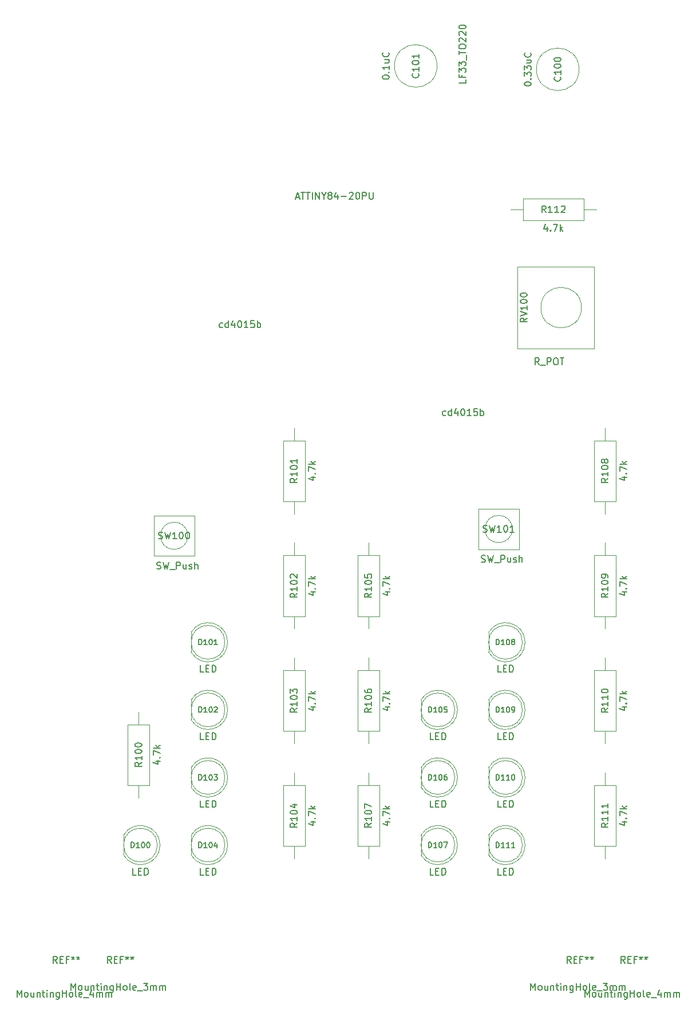
<source format=gbr>
%TF.GenerationSoftware,KiCad,Pcbnew,5.1.8-db9833491~87~ubuntu18.04.1*%
%TF.CreationDate,2020-11-24T07:54:30-06:00*%
%TF.ProjectId,binary-clock-01,62696e61-7279-42d6-936c-6f636b2d3031,rev?*%
%TF.SameCoordinates,Original*%
%TF.FileFunction,Other,Fab,Top*%
%FSLAX46Y46*%
G04 Gerber Fmt 4.6, Leading zero omitted, Abs format (unit mm)*
G04 Created by KiCad (PCBNEW 5.1.8-db9833491~87~ubuntu18.04.1) date 2020-11-24 07:54:30*
%MOMM*%
%LPD*%
G01*
G04 APERTURE LIST*
%ADD10C,0.100000*%
%ADD11C,0.150000*%
%ADD12C,0.200000*%
G04 APERTURE END LIST*
D10*
%TO.C,C100*%
X159150000Y-40250000D02*
G75*
G03*
X159150000Y-40250000I-3150000J0D01*
G01*
%TO.C,C101*%
X138150000Y-39750000D02*
G75*
G03*
X138150000Y-39750000I-3150000J0D01*
G01*
%TO.C,D100*%
X96770000Y-155000000D02*
G75*
G03*
X96770000Y-155000000I-2500000J0D01*
G01*
X91770000Y-153530306D02*
X91770000Y-156469694D01*
X91769984Y-156469666D02*
G75*
G03*
X91770000Y-153530306I2500016J1469666D01*
G01*
%TO.C,D101*%
X101770000Y-123530306D02*
X101770000Y-126469694D01*
X106770000Y-125000000D02*
G75*
G03*
X106770000Y-125000000I-2500000J0D01*
G01*
X101769984Y-126469666D02*
G75*
G03*
X101770000Y-123530306I2500016J1469666D01*
G01*
%TO.C,D102*%
X101770000Y-133530306D02*
X101770000Y-136469694D01*
X106770000Y-135000000D02*
G75*
G03*
X106770000Y-135000000I-2500000J0D01*
G01*
X101769984Y-136469666D02*
G75*
G03*
X101770000Y-133530306I2500016J1469666D01*
G01*
%TO.C,D103*%
X106770000Y-145000000D02*
G75*
G03*
X106770000Y-145000000I-2500000J0D01*
G01*
X101770000Y-143530306D02*
X101770000Y-146469694D01*
X101769984Y-146469666D02*
G75*
G03*
X101770000Y-143530306I2500016J1469666D01*
G01*
%TO.C,D104*%
X101770000Y-153530306D02*
X101770000Y-156469694D01*
X106770000Y-155000000D02*
G75*
G03*
X106770000Y-155000000I-2500000J0D01*
G01*
X101769984Y-156469666D02*
G75*
G03*
X101770000Y-153530306I2500016J1469666D01*
G01*
%TO.C,D105*%
X140770000Y-135000000D02*
G75*
G03*
X140770000Y-135000000I-2500000J0D01*
G01*
X135770000Y-133530306D02*
X135770000Y-136469694D01*
X135769984Y-136469666D02*
G75*
G03*
X135770000Y-133530306I2500016J1469666D01*
G01*
%TO.C,D106*%
X135770000Y-143530306D02*
X135770000Y-146469694D01*
X140770000Y-145000000D02*
G75*
G03*
X140770000Y-145000000I-2500000J0D01*
G01*
X135769984Y-146469666D02*
G75*
G03*
X135770000Y-143530306I2500016J1469666D01*
G01*
%TO.C,D107*%
X140770000Y-155000000D02*
G75*
G03*
X140770000Y-155000000I-2500000J0D01*
G01*
X135770000Y-153530306D02*
X135770000Y-156469694D01*
X135769984Y-156469666D02*
G75*
G03*
X135770000Y-153530306I2500016J1469666D01*
G01*
%TO.C,D108*%
X145770000Y-123530306D02*
X145770000Y-126469694D01*
X150770000Y-125000000D02*
G75*
G03*
X150770000Y-125000000I-2500000J0D01*
G01*
X145769984Y-126469666D02*
G75*
G03*
X145770000Y-123530306I2500016J1469666D01*
G01*
%TO.C,D109*%
X150770000Y-135000000D02*
G75*
G03*
X150770000Y-135000000I-2500000J0D01*
G01*
X145770000Y-133530306D02*
X145770000Y-136469694D01*
X145769984Y-136469666D02*
G75*
G03*
X145770000Y-133530306I2500016J1469666D01*
G01*
%TO.C,D110*%
X145770000Y-143530306D02*
X145770000Y-146469694D01*
X150770000Y-145000000D02*
G75*
G03*
X150770000Y-145000000I-2500000J0D01*
G01*
X145769984Y-146469666D02*
G75*
G03*
X145770000Y-143530306I2500016J1469666D01*
G01*
%TO.C,D111*%
X150770000Y-155000000D02*
G75*
G03*
X150770000Y-155000000I-2500000J0D01*
G01*
X145770000Y-153530306D02*
X145770000Y-156469694D01*
X145769984Y-156469666D02*
G75*
G03*
X145770000Y-153530306I2500016J1469666D01*
G01*
%TO.C,R100*%
X92400000Y-146150000D02*
X95600000Y-146150000D01*
X95600000Y-146150000D02*
X95600000Y-137150000D01*
X95600000Y-137150000D02*
X92400000Y-137150000D01*
X92400000Y-137150000D02*
X92400000Y-146150000D01*
X94000000Y-148000000D02*
X94000000Y-146150000D01*
X94000000Y-135300000D02*
X94000000Y-137150000D01*
%TO.C,R101*%
X117000000Y-93300000D02*
X117000000Y-95150000D01*
X117000000Y-106000000D02*
X117000000Y-104150000D01*
X115400000Y-95150000D02*
X115400000Y-104150000D01*
X118600000Y-95150000D02*
X115400000Y-95150000D01*
X118600000Y-104150000D02*
X118600000Y-95150000D01*
X115400000Y-104150000D02*
X118600000Y-104150000D01*
%TO.C,R102*%
X115400000Y-121150000D02*
X118600000Y-121150000D01*
X118600000Y-121150000D02*
X118600000Y-112150000D01*
X118600000Y-112150000D02*
X115400000Y-112150000D01*
X115400000Y-112150000D02*
X115400000Y-121150000D01*
X117000000Y-123000000D02*
X117000000Y-121150000D01*
X117000000Y-110300000D02*
X117000000Y-112150000D01*
%TO.C,R103*%
X117000000Y-127300000D02*
X117000000Y-129150000D01*
X117000000Y-140000000D02*
X117000000Y-138150000D01*
X115400000Y-129150000D02*
X115400000Y-138150000D01*
X118600000Y-129150000D02*
X115400000Y-129150000D01*
X118600000Y-138150000D02*
X118600000Y-129150000D01*
X115400000Y-138150000D02*
X118600000Y-138150000D01*
%TO.C,R104*%
X115400000Y-155150000D02*
X118600000Y-155150000D01*
X118600000Y-155150000D02*
X118600000Y-146150000D01*
X118600000Y-146150000D02*
X115400000Y-146150000D01*
X115400000Y-146150000D02*
X115400000Y-155150000D01*
X117000000Y-157000000D02*
X117000000Y-155150000D01*
X117000000Y-144300000D02*
X117000000Y-146150000D01*
%TO.C,R105*%
X128000000Y-110300000D02*
X128000000Y-112150000D01*
X128000000Y-123000000D02*
X128000000Y-121150000D01*
X126400000Y-112150000D02*
X126400000Y-121150000D01*
X129600000Y-112150000D02*
X126400000Y-112150000D01*
X129600000Y-121150000D02*
X129600000Y-112150000D01*
X126400000Y-121150000D02*
X129600000Y-121150000D01*
%TO.C,R106*%
X126400000Y-138150000D02*
X129600000Y-138150000D01*
X129600000Y-138150000D02*
X129600000Y-129150000D01*
X129600000Y-129150000D02*
X126400000Y-129150000D01*
X126400000Y-129150000D02*
X126400000Y-138150000D01*
X128000000Y-140000000D02*
X128000000Y-138150000D01*
X128000000Y-127300000D02*
X128000000Y-129150000D01*
%TO.C,R107*%
X126400000Y-155150000D02*
X129600000Y-155150000D01*
X129600000Y-155150000D02*
X129600000Y-146150000D01*
X129600000Y-146150000D02*
X126400000Y-146150000D01*
X126400000Y-146150000D02*
X126400000Y-155150000D01*
X128000000Y-157000000D02*
X128000000Y-155150000D01*
X128000000Y-144300000D02*
X128000000Y-146150000D01*
%TO.C,R108*%
X161400000Y-104150000D02*
X164600000Y-104150000D01*
X164600000Y-104150000D02*
X164600000Y-95150000D01*
X164600000Y-95150000D02*
X161400000Y-95150000D01*
X161400000Y-95150000D02*
X161400000Y-104150000D01*
X163000000Y-106000000D02*
X163000000Y-104150000D01*
X163000000Y-93300000D02*
X163000000Y-95150000D01*
%TO.C,R109*%
X161400000Y-121150000D02*
X164600000Y-121150000D01*
X164600000Y-121150000D02*
X164600000Y-112150000D01*
X164600000Y-112150000D02*
X161400000Y-112150000D01*
X161400000Y-112150000D02*
X161400000Y-121150000D01*
X163000000Y-123000000D02*
X163000000Y-121150000D01*
X163000000Y-110300000D02*
X163000000Y-112150000D01*
%TO.C,R110*%
X161400000Y-138150000D02*
X164600000Y-138150000D01*
X164600000Y-138150000D02*
X164600000Y-129150000D01*
X164600000Y-129150000D02*
X161400000Y-129150000D01*
X161400000Y-129150000D02*
X161400000Y-138150000D01*
X163000000Y-140000000D02*
X163000000Y-138150000D01*
X163000000Y-127300000D02*
X163000000Y-129150000D01*
%TO.C,R111*%
X163000000Y-144300000D02*
X163000000Y-146150000D01*
X163000000Y-157000000D02*
X163000000Y-155150000D01*
X161400000Y-146150000D02*
X161400000Y-155150000D01*
X164600000Y-146150000D02*
X161400000Y-146150000D01*
X164600000Y-155150000D02*
X164600000Y-146150000D01*
X161400000Y-155150000D02*
X164600000Y-155150000D01*
%TO.C,R112*%
X150850000Y-59400000D02*
X150850000Y-62600000D01*
X150850000Y-62600000D02*
X159850000Y-62600000D01*
X159850000Y-62600000D02*
X159850000Y-59400000D01*
X159850000Y-59400000D02*
X150850000Y-59400000D01*
X149000000Y-61000000D02*
X150850000Y-61000000D01*
X161700000Y-61000000D02*
X159850000Y-61000000D01*
%TO.C,RV100*%
X159500000Y-75500000D02*
G75*
G03*
X159500000Y-75500000I-3000000J0D01*
G01*
X150000000Y-69450000D02*
X150000000Y-81550000D01*
X150000000Y-81550000D02*
X161350000Y-81550000D01*
X161350000Y-81550000D02*
X161350000Y-69450000D01*
X161350000Y-69450000D02*
X150000000Y-69450000D01*
%TO.C,SW100*%
X99250000Y-106250000D02*
X102250000Y-106250000D01*
X102250000Y-106250000D02*
X102250000Y-112250000D01*
X102250000Y-112250000D02*
X96250000Y-112250000D01*
X96250000Y-112250000D02*
X96250000Y-106250000D01*
X96250000Y-106250000D02*
X99250000Y-106250000D01*
X101265564Y-109250000D02*
G75*
G03*
X101265564Y-109250000I-2015564J0D01*
G01*
%TO.C,SW101*%
X149265564Y-108250000D02*
G75*
G03*
X149265564Y-108250000I-2015564J0D01*
G01*
X144250000Y-105250000D02*
X147250000Y-105250000D01*
X144250000Y-111250000D02*
X144250000Y-105250000D01*
X150250000Y-111250000D02*
X144250000Y-111250000D01*
X150250000Y-105250000D02*
X150250000Y-111250000D01*
X147250000Y-105250000D02*
X150250000Y-105250000D01*
%TD*%
%TO.C,REF\u002A\u002A*%
D11*
X160023809Y-177452380D02*
X160023809Y-176452380D01*
X160357142Y-177166666D01*
X160690476Y-176452380D01*
X160690476Y-177452380D01*
X161309523Y-177452380D02*
X161214285Y-177404761D01*
X161166666Y-177357142D01*
X161119047Y-177261904D01*
X161119047Y-176976190D01*
X161166666Y-176880952D01*
X161214285Y-176833333D01*
X161309523Y-176785714D01*
X161452380Y-176785714D01*
X161547619Y-176833333D01*
X161595238Y-176880952D01*
X161642857Y-176976190D01*
X161642857Y-177261904D01*
X161595238Y-177357142D01*
X161547619Y-177404761D01*
X161452380Y-177452380D01*
X161309523Y-177452380D01*
X162500000Y-176785714D02*
X162500000Y-177452380D01*
X162071428Y-176785714D02*
X162071428Y-177309523D01*
X162119047Y-177404761D01*
X162214285Y-177452380D01*
X162357142Y-177452380D01*
X162452380Y-177404761D01*
X162500000Y-177357142D01*
X162976190Y-176785714D02*
X162976190Y-177452380D01*
X162976190Y-176880952D02*
X163023809Y-176833333D01*
X163119047Y-176785714D01*
X163261904Y-176785714D01*
X163357142Y-176833333D01*
X163404761Y-176928571D01*
X163404761Y-177452380D01*
X163738095Y-176785714D02*
X164119047Y-176785714D01*
X163880952Y-176452380D02*
X163880952Y-177309523D01*
X163928571Y-177404761D01*
X164023809Y-177452380D01*
X164119047Y-177452380D01*
X164452380Y-177452380D02*
X164452380Y-176785714D01*
X164452380Y-176452380D02*
X164404761Y-176500000D01*
X164452380Y-176547619D01*
X164500000Y-176500000D01*
X164452380Y-176452380D01*
X164452380Y-176547619D01*
X164928571Y-176785714D02*
X164928571Y-177452380D01*
X164928571Y-176880952D02*
X164976190Y-176833333D01*
X165071428Y-176785714D01*
X165214285Y-176785714D01*
X165309523Y-176833333D01*
X165357142Y-176928571D01*
X165357142Y-177452380D01*
X166261904Y-176785714D02*
X166261904Y-177595238D01*
X166214285Y-177690476D01*
X166166666Y-177738095D01*
X166071428Y-177785714D01*
X165928571Y-177785714D01*
X165833333Y-177738095D01*
X166261904Y-177404761D02*
X166166666Y-177452380D01*
X165976190Y-177452380D01*
X165880952Y-177404761D01*
X165833333Y-177357142D01*
X165785714Y-177261904D01*
X165785714Y-176976190D01*
X165833333Y-176880952D01*
X165880952Y-176833333D01*
X165976190Y-176785714D01*
X166166666Y-176785714D01*
X166261904Y-176833333D01*
X166738095Y-177452380D02*
X166738095Y-176452380D01*
X166738095Y-176928571D02*
X167309523Y-176928571D01*
X167309523Y-177452380D02*
X167309523Y-176452380D01*
X167928571Y-177452380D02*
X167833333Y-177404761D01*
X167785714Y-177357142D01*
X167738095Y-177261904D01*
X167738095Y-176976190D01*
X167785714Y-176880952D01*
X167833333Y-176833333D01*
X167928571Y-176785714D01*
X168071428Y-176785714D01*
X168166666Y-176833333D01*
X168214285Y-176880952D01*
X168261904Y-176976190D01*
X168261904Y-177261904D01*
X168214285Y-177357142D01*
X168166666Y-177404761D01*
X168071428Y-177452380D01*
X167928571Y-177452380D01*
X168833333Y-177452380D02*
X168738095Y-177404761D01*
X168690476Y-177309523D01*
X168690476Y-176452380D01*
X169595238Y-177404761D02*
X169500000Y-177452380D01*
X169309523Y-177452380D01*
X169214285Y-177404761D01*
X169166666Y-177309523D01*
X169166666Y-176928571D01*
X169214285Y-176833333D01*
X169309523Y-176785714D01*
X169500000Y-176785714D01*
X169595238Y-176833333D01*
X169642857Y-176928571D01*
X169642857Y-177023809D01*
X169166666Y-177119047D01*
X169833333Y-177547619D02*
X170595238Y-177547619D01*
X171261904Y-176785714D02*
X171261904Y-177452380D01*
X171023809Y-176404761D02*
X170785714Y-177119047D01*
X171404761Y-177119047D01*
X171785714Y-177452380D02*
X171785714Y-176785714D01*
X171785714Y-176880952D02*
X171833333Y-176833333D01*
X171928571Y-176785714D01*
X172071428Y-176785714D01*
X172166666Y-176833333D01*
X172214285Y-176928571D01*
X172214285Y-177452380D01*
X172214285Y-176928571D02*
X172261904Y-176833333D01*
X172357142Y-176785714D01*
X172500000Y-176785714D01*
X172595238Y-176833333D01*
X172642857Y-176928571D01*
X172642857Y-177452380D01*
X173119047Y-177452380D02*
X173119047Y-176785714D01*
X173119047Y-176880952D02*
X173166666Y-176833333D01*
X173261904Y-176785714D01*
X173404761Y-176785714D01*
X173500000Y-176833333D01*
X173547619Y-176928571D01*
X173547619Y-177452380D01*
X173547619Y-176928571D02*
X173595238Y-176833333D01*
X173690476Y-176785714D01*
X173833333Y-176785714D01*
X173928571Y-176833333D01*
X173976190Y-176928571D01*
X173976190Y-177452380D01*
X165966666Y-172452380D02*
X165633333Y-171976190D01*
X165395238Y-172452380D02*
X165395238Y-171452380D01*
X165776190Y-171452380D01*
X165871428Y-171500000D01*
X165919047Y-171547619D01*
X165966666Y-171642857D01*
X165966666Y-171785714D01*
X165919047Y-171880952D01*
X165871428Y-171928571D01*
X165776190Y-171976190D01*
X165395238Y-171976190D01*
X166395238Y-171928571D02*
X166728571Y-171928571D01*
X166871428Y-172452380D02*
X166395238Y-172452380D01*
X166395238Y-171452380D01*
X166871428Y-171452380D01*
X167633333Y-171928571D02*
X167300000Y-171928571D01*
X167300000Y-172452380D02*
X167300000Y-171452380D01*
X167776190Y-171452380D01*
X168300000Y-171452380D02*
X168300000Y-171690476D01*
X168061904Y-171595238D02*
X168300000Y-171690476D01*
X168538095Y-171595238D01*
X168157142Y-171880952D02*
X168300000Y-171690476D01*
X168442857Y-171880952D01*
X169061904Y-171452380D02*
X169061904Y-171690476D01*
X168823809Y-171595238D02*
X169061904Y-171690476D01*
X169300000Y-171595238D01*
X168919047Y-171880952D02*
X169061904Y-171690476D01*
X169204761Y-171880952D01*
X76023809Y-177452380D02*
X76023809Y-176452380D01*
X76357142Y-177166666D01*
X76690476Y-176452380D01*
X76690476Y-177452380D01*
X77309523Y-177452380D02*
X77214285Y-177404761D01*
X77166666Y-177357142D01*
X77119047Y-177261904D01*
X77119047Y-176976190D01*
X77166666Y-176880952D01*
X77214285Y-176833333D01*
X77309523Y-176785714D01*
X77452380Y-176785714D01*
X77547619Y-176833333D01*
X77595238Y-176880952D01*
X77642857Y-176976190D01*
X77642857Y-177261904D01*
X77595238Y-177357142D01*
X77547619Y-177404761D01*
X77452380Y-177452380D01*
X77309523Y-177452380D01*
X78500000Y-176785714D02*
X78500000Y-177452380D01*
X78071428Y-176785714D02*
X78071428Y-177309523D01*
X78119047Y-177404761D01*
X78214285Y-177452380D01*
X78357142Y-177452380D01*
X78452380Y-177404761D01*
X78500000Y-177357142D01*
X78976190Y-176785714D02*
X78976190Y-177452380D01*
X78976190Y-176880952D02*
X79023809Y-176833333D01*
X79119047Y-176785714D01*
X79261904Y-176785714D01*
X79357142Y-176833333D01*
X79404761Y-176928571D01*
X79404761Y-177452380D01*
X79738095Y-176785714D02*
X80119047Y-176785714D01*
X79880952Y-176452380D02*
X79880952Y-177309523D01*
X79928571Y-177404761D01*
X80023809Y-177452380D01*
X80119047Y-177452380D01*
X80452380Y-177452380D02*
X80452380Y-176785714D01*
X80452380Y-176452380D02*
X80404761Y-176500000D01*
X80452380Y-176547619D01*
X80500000Y-176500000D01*
X80452380Y-176452380D01*
X80452380Y-176547619D01*
X80928571Y-176785714D02*
X80928571Y-177452380D01*
X80928571Y-176880952D02*
X80976190Y-176833333D01*
X81071428Y-176785714D01*
X81214285Y-176785714D01*
X81309523Y-176833333D01*
X81357142Y-176928571D01*
X81357142Y-177452380D01*
X82261904Y-176785714D02*
X82261904Y-177595238D01*
X82214285Y-177690476D01*
X82166666Y-177738095D01*
X82071428Y-177785714D01*
X81928571Y-177785714D01*
X81833333Y-177738095D01*
X82261904Y-177404761D02*
X82166666Y-177452380D01*
X81976190Y-177452380D01*
X81880952Y-177404761D01*
X81833333Y-177357142D01*
X81785714Y-177261904D01*
X81785714Y-176976190D01*
X81833333Y-176880952D01*
X81880952Y-176833333D01*
X81976190Y-176785714D01*
X82166666Y-176785714D01*
X82261904Y-176833333D01*
X82738095Y-177452380D02*
X82738095Y-176452380D01*
X82738095Y-176928571D02*
X83309523Y-176928571D01*
X83309523Y-177452380D02*
X83309523Y-176452380D01*
X83928571Y-177452380D02*
X83833333Y-177404761D01*
X83785714Y-177357142D01*
X83738095Y-177261904D01*
X83738095Y-176976190D01*
X83785714Y-176880952D01*
X83833333Y-176833333D01*
X83928571Y-176785714D01*
X84071428Y-176785714D01*
X84166666Y-176833333D01*
X84214285Y-176880952D01*
X84261904Y-176976190D01*
X84261904Y-177261904D01*
X84214285Y-177357142D01*
X84166666Y-177404761D01*
X84071428Y-177452380D01*
X83928571Y-177452380D01*
X84833333Y-177452380D02*
X84738095Y-177404761D01*
X84690476Y-177309523D01*
X84690476Y-176452380D01*
X85595238Y-177404761D02*
X85500000Y-177452380D01*
X85309523Y-177452380D01*
X85214285Y-177404761D01*
X85166666Y-177309523D01*
X85166666Y-176928571D01*
X85214285Y-176833333D01*
X85309523Y-176785714D01*
X85500000Y-176785714D01*
X85595238Y-176833333D01*
X85642857Y-176928571D01*
X85642857Y-177023809D01*
X85166666Y-177119047D01*
X85833333Y-177547619D02*
X86595238Y-177547619D01*
X87261904Y-176785714D02*
X87261904Y-177452380D01*
X87023809Y-176404761D02*
X86785714Y-177119047D01*
X87404761Y-177119047D01*
X87785714Y-177452380D02*
X87785714Y-176785714D01*
X87785714Y-176880952D02*
X87833333Y-176833333D01*
X87928571Y-176785714D01*
X88071428Y-176785714D01*
X88166666Y-176833333D01*
X88214285Y-176928571D01*
X88214285Y-177452380D01*
X88214285Y-176928571D02*
X88261904Y-176833333D01*
X88357142Y-176785714D01*
X88500000Y-176785714D01*
X88595238Y-176833333D01*
X88642857Y-176928571D01*
X88642857Y-177452380D01*
X89119047Y-177452380D02*
X89119047Y-176785714D01*
X89119047Y-176880952D02*
X89166666Y-176833333D01*
X89261904Y-176785714D01*
X89404761Y-176785714D01*
X89500000Y-176833333D01*
X89547619Y-176928571D01*
X89547619Y-177452380D01*
X89547619Y-176928571D02*
X89595238Y-176833333D01*
X89690476Y-176785714D01*
X89833333Y-176785714D01*
X89928571Y-176833333D01*
X89976190Y-176928571D01*
X89976190Y-177452380D01*
X81966666Y-172452380D02*
X81633333Y-171976190D01*
X81395238Y-172452380D02*
X81395238Y-171452380D01*
X81776190Y-171452380D01*
X81871428Y-171500000D01*
X81919047Y-171547619D01*
X81966666Y-171642857D01*
X81966666Y-171785714D01*
X81919047Y-171880952D01*
X81871428Y-171928571D01*
X81776190Y-171976190D01*
X81395238Y-171976190D01*
X82395238Y-171928571D02*
X82728571Y-171928571D01*
X82871428Y-172452380D02*
X82395238Y-172452380D01*
X82395238Y-171452380D01*
X82871428Y-171452380D01*
X83633333Y-171928571D02*
X83300000Y-171928571D01*
X83300000Y-172452380D02*
X83300000Y-171452380D01*
X83776190Y-171452380D01*
X84300000Y-171452380D02*
X84300000Y-171690476D01*
X84061904Y-171595238D02*
X84300000Y-171690476D01*
X84538095Y-171595238D01*
X84157142Y-171880952D02*
X84300000Y-171690476D01*
X84442857Y-171880952D01*
X85061904Y-171452380D02*
X85061904Y-171690476D01*
X84823809Y-171595238D02*
X85061904Y-171690476D01*
X85300000Y-171595238D01*
X84919047Y-171880952D02*
X85061904Y-171690476D01*
X85204761Y-171880952D01*
X152023809Y-176452380D02*
X152023809Y-175452380D01*
X152357142Y-176166666D01*
X152690476Y-175452380D01*
X152690476Y-176452380D01*
X153309523Y-176452380D02*
X153214285Y-176404761D01*
X153166666Y-176357142D01*
X153119047Y-176261904D01*
X153119047Y-175976190D01*
X153166666Y-175880952D01*
X153214285Y-175833333D01*
X153309523Y-175785714D01*
X153452380Y-175785714D01*
X153547619Y-175833333D01*
X153595238Y-175880952D01*
X153642857Y-175976190D01*
X153642857Y-176261904D01*
X153595238Y-176357142D01*
X153547619Y-176404761D01*
X153452380Y-176452380D01*
X153309523Y-176452380D01*
X154500000Y-175785714D02*
X154500000Y-176452380D01*
X154071428Y-175785714D02*
X154071428Y-176309523D01*
X154119047Y-176404761D01*
X154214285Y-176452380D01*
X154357142Y-176452380D01*
X154452380Y-176404761D01*
X154500000Y-176357142D01*
X154976190Y-175785714D02*
X154976190Y-176452380D01*
X154976190Y-175880952D02*
X155023809Y-175833333D01*
X155119047Y-175785714D01*
X155261904Y-175785714D01*
X155357142Y-175833333D01*
X155404761Y-175928571D01*
X155404761Y-176452380D01*
X155738095Y-175785714D02*
X156119047Y-175785714D01*
X155880952Y-175452380D02*
X155880952Y-176309523D01*
X155928571Y-176404761D01*
X156023809Y-176452380D01*
X156119047Y-176452380D01*
X156452380Y-176452380D02*
X156452380Y-175785714D01*
X156452380Y-175452380D02*
X156404761Y-175500000D01*
X156452380Y-175547619D01*
X156500000Y-175500000D01*
X156452380Y-175452380D01*
X156452380Y-175547619D01*
X156928571Y-175785714D02*
X156928571Y-176452380D01*
X156928571Y-175880952D02*
X156976190Y-175833333D01*
X157071428Y-175785714D01*
X157214285Y-175785714D01*
X157309523Y-175833333D01*
X157357142Y-175928571D01*
X157357142Y-176452380D01*
X158261904Y-175785714D02*
X158261904Y-176595238D01*
X158214285Y-176690476D01*
X158166666Y-176738095D01*
X158071428Y-176785714D01*
X157928571Y-176785714D01*
X157833333Y-176738095D01*
X158261904Y-176404761D02*
X158166666Y-176452380D01*
X157976190Y-176452380D01*
X157880952Y-176404761D01*
X157833333Y-176357142D01*
X157785714Y-176261904D01*
X157785714Y-175976190D01*
X157833333Y-175880952D01*
X157880952Y-175833333D01*
X157976190Y-175785714D01*
X158166666Y-175785714D01*
X158261904Y-175833333D01*
X158738095Y-176452380D02*
X158738095Y-175452380D01*
X158738095Y-175928571D02*
X159309523Y-175928571D01*
X159309523Y-176452380D02*
X159309523Y-175452380D01*
X159928571Y-176452380D02*
X159833333Y-176404761D01*
X159785714Y-176357142D01*
X159738095Y-176261904D01*
X159738095Y-175976190D01*
X159785714Y-175880952D01*
X159833333Y-175833333D01*
X159928571Y-175785714D01*
X160071428Y-175785714D01*
X160166666Y-175833333D01*
X160214285Y-175880952D01*
X160261904Y-175976190D01*
X160261904Y-176261904D01*
X160214285Y-176357142D01*
X160166666Y-176404761D01*
X160071428Y-176452380D01*
X159928571Y-176452380D01*
X160833333Y-176452380D02*
X160738095Y-176404761D01*
X160690476Y-176309523D01*
X160690476Y-175452380D01*
X161595238Y-176404761D02*
X161500000Y-176452380D01*
X161309523Y-176452380D01*
X161214285Y-176404761D01*
X161166666Y-176309523D01*
X161166666Y-175928571D01*
X161214285Y-175833333D01*
X161309523Y-175785714D01*
X161500000Y-175785714D01*
X161595238Y-175833333D01*
X161642857Y-175928571D01*
X161642857Y-176023809D01*
X161166666Y-176119047D01*
X161833333Y-176547619D02*
X162595238Y-176547619D01*
X162738095Y-175452380D02*
X163357142Y-175452380D01*
X163023809Y-175833333D01*
X163166666Y-175833333D01*
X163261904Y-175880952D01*
X163309523Y-175928571D01*
X163357142Y-176023809D01*
X163357142Y-176261904D01*
X163309523Y-176357142D01*
X163261904Y-176404761D01*
X163166666Y-176452380D01*
X162880952Y-176452380D01*
X162785714Y-176404761D01*
X162738095Y-176357142D01*
X163785714Y-176452380D02*
X163785714Y-175785714D01*
X163785714Y-175880952D02*
X163833333Y-175833333D01*
X163928571Y-175785714D01*
X164071428Y-175785714D01*
X164166666Y-175833333D01*
X164214285Y-175928571D01*
X164214285Y-176452380D01*
X164214285Y-175928571D02*
X164261904Y-175833333D01*
X164357142Y-175785714D01*
X164500000Y-175785714D01*
X164595238Y-175833333D01*
X164642857Y-175928571D01*
X164642857Y-176452380D01*
X165119047Y-176452380D02*
X165119047Y-175785714D01*
X165119047Y-175880952D02*
X165166666Y-175833333D01*
X165261904Y-175785714D01*
X165404761Y-175785714D01*
X165500000Y-175833333D01*
X165547619Y-175928571D01*
X165547619Y-176452380D01*
X165547619Y-175928571D02*
X165595238Y-175833333D01*
X165690476Y-175785714D01*
X165833333Y-175785714D01*
X165928571Y-175833333D01*
X165976190Y-175928571D01*
X165976190Y-176452380D01*
X157966666Y-172452380D02*
X157633333Y-171976190D01*
X157395238Y-172452380D02*
X157395238Y-171452380D01*
X157776190Y-171452380D01*
X157871428Y-171500000D01*
X157919047Y-171547619D01*
X157966666Y-171642857D01*
X157966666Y-171785714D01*
X157919047Y-171880952D01*
X157871428Y-171928571D01*
X157776190Y-171976190D01*
X157395238Y-171976190D01*
X158395238Y-171928571D02*
X158728571Y-171928571D01*
X158871428Y-172452380D02*
X158395238Y-172452380D01*
X158395238Y-171452380D01*
X158871428Y-171452380D01*
X159633333Y-171928571D02*
X159300000Y-171928571D01*
X159300000Y-172452380D02*
X159300000Y-171452380D01*
X159776190Y-171452380D01*
X160300000Y-171452380D02*
X160300000Y-171690476D01*
X160061904Y-171595238D02*
X160300000Y-171690476D01*
X160538095Y-171595238D01*
X160157142Y-171880952D02*
X160300000Y-171690476D01*
X160442857Y-171880952D01*
X161061904Y-171452380D02*
X161061904Y-171690476D01*
X160823809Y-171595238D02*
X161061904Y-171690476D01*
X161300000Y-171595238D01*
X160919047Y-171880952D02*
X161061904Y-171690476D01*
X161204761Y-171880952D01*
X84023809Y-176452380D02*
X84023809Y-175452380D01*
X84357142Y-176166666D01*
X84690476Y-175452380D01*
X84690476Y-176452380D01*
X85309523Y-176452380D02*
X85214285Y-176404761D01*
X85166666Y-176357142D01*
X85119047Y-176261904D01*
X85119047Y-175976190D01*
X85166666Y-175880952D01*
X85214285Y-175833333D01*
X85309523Y-175785714D01*
X85452380Y-175785714D01*
X85547619Y-175833333D01*
X85595238Y-175880952D01*
X85642857Y-175976190D01*
X85642857Y-176261904D01*
X85595238Y-176357142D01*
X85547619Y-176404761D01*
X85452380Y-176452380D01*
X85309523Y-176452380D01*
X86500000Y-175785714D02*
X86500000Y-176452380D01*
X86071428Y-175785714D02*
X86071428Y-176309523D01*
X86119047Y-176404761D01*
X86214285Y-176452380D01*
X86357142Y-176452380D01*
X86452380Y-176404761D01*
X86500000Y-176357142D01*
X86976190Y-175785714D02*
X86976190Y-176452380D01*
X86976190Y-175880952D02*
X87023809Y-175833333D01*
X87119047Y-175785714D01*
X87261904Y-175785714D01*
X87357142Y-175833333D01*
X87404761Y-175928571D01*
X87404761Y-176452380D01*
X87738095Y-175785714D02*
X88119047Y-175785714D01*
X87880952Y-175452380D02*
X87880952Y-176309523D01*
X87928571Y-176404761D01*
X88023809Y-176452380D01*
X88119047Y-176452380D01*
X88452380Y-176452380D02*
X88452380Y-175785714D01*
X88452380Y-175452380D02*
X88404761Y-175500000D01*
X88452380Y-175547619D01*
X88500000Y-175500000D01*
X88452380Y-175452380D01*
X88452380Y-175547619D01*
X88928571Y-175785714D02*
X88928571Y-176452380D01*
X88928571Y-175880952D02*
X88976190Y-175833333D01*
X89071428Y-175785714D01*
X89214285Y-175785714D01*
X89309523Y-175833333D01*
X89357142Y-175928571D01*
X89357142Y-176452380D01*
X90261904Y-175785714D02*
X90261904Y-176595238D01*
X90214285Y-176690476D01*
X90166666Y-176738095D01*
X90071428Y-176785714D01*
X89928571Y-176785714D01*
X89833333Y-176738095D01*
X90261904Y-176404761D02*
X90166666Y-176452380D01*
X89976190Y-176452380D01*
X89880952Y-176404761D01*
X89833333Y-176357142D01*
X89785714Y-176261904D01*
X89785714Y-175976190D01*
X89833333Y-175880952D01*
X89880952Y-175833333D01*
X89976190Y-175785714D01*
X90166666Y-175785714D01*
X90261904Y-175833333D01*
X90738095Y-176452380D02*
X90738095Y-175452380D01*
X90738095Y-175928571D02*
X91309523Y-175928571D01*
X91309523Y-176452380D02*
X91309523Y-175452380D01*
X91928571Y-176452380D02*
X91833333Y-176404761D01*
X91785714Y-176357142D01*
X91738095Y-176261904D01*
X91738095Y-175976190D01*
X91785714Y-175880952D01*
X91833333Y-175833333D01*
X91928571Y-175785714D01*
X92071428Y-175785714D01*
X92166666Y-175833333D01*
X92214285Y-175880952D01*
X92261904Y-175976190D01*
X92261904Y-176261904D01*
X92214285Y-176357142D01*
X92166666Y-176404761D01*
X92071428Y-176452380D01*
X91928571Y-176452380D01*
X92833333Y-176452380D02*
X92738095Y-176404761D01*
X92690476Y-176309523D01*
X92690476Y-175452380D01*
X93595238Y-176404761D02*
X93500000Y-176452380D01*
X93309523Y-176452380D01*
X93214285Y-176404761D01*
X93166666Y-176309523D01*
X93166666Y-175928571D01*
X93214285Y-175833333D01*
X93309523Y-175785714D01*
X93500000Y-175785714D01*
X93595238Y-175833333D01*
X93642857Y-175928571D01*
X93642857Y-176023809D01*
X93166666Y-176119047D01*
X93833333Y-176547619D02*
X94595238Y-176547619D01*
X94738095Y-175452380D02*
X95357142Y-175452380D01*
X95023809Y-175833333D01*
X95166666Y-175833333D01*
X95261904Y-175880952D01*
X95309523Y-175928571D01*
X95357142Y-176023809D01*
X95357142Y-176261904D01*
X95309523Y-176357142D01*
X95261904Y-176404761D01*
X95166666Y-176452380D01*
X94880952Y-176452380D01*
X94785714Y-176404761D01*
X94738095Y-176357142D01*
X95785714Y-176452380D02*
X95785714Y-175785714D01*
X95785714Y-175880952D02*
X95833333Y-175833333D01*
X95928571Y-175785714D01*
X96071428Y-175785714D01*
X96166666Y-175833333D01*
X96214285Y-175928571D01*
X96214285Y-176452380D01*
X96214285Y-175928571D02*
X96261904Y-175833333D01*
X96357142Y-175785714D01*
X96500000Y-175785714D01*
X96595238Y-175833333D01*
X96642857Y-175928571D01*
X96642857Y-176452380D01*
X97119047Y-176452380D02*
X97119047Y-175785714D01*
X97119047Y-175880952D02*
X97166666Y-175833333D01*
X97261904Y-175785714D01*
X97404761Y-175785714D01*
X97500000Y-175833333D01*
X97547619Y-175928571D01*
X97547619Y-176452380D01*
X97547619Y-175928571D02*
X97595238Y-175833333D01*
X97690476Y-175785714D01*
X97833333Y-175785714D01*
X97928571Y-175833333D01*
X97976190Y-175928571D01*
X97976190Y-176452380D01*
X89966666Y-172452380D02*
X89633333Y-171976190D01*
X89395238Y-172452380D02*
X89395238Y-171452380D01*
X89776190Y-171452380D01*
X89871428Y-171500000D01*
X89919047Y-171547619D01*
X89966666Y-171642857D01*
X89966666Y-171785714D01*
X89919047Y-171880952D01*
X89871428Y-171928571D01*
X89776190Y-171976190D01*
X89395238Y-171976190D01*
X90395238Y-171928571D02*
X90728571Y-171928571D01*
X90871428Y-172452380D02*
X90395238Y-172452380D01*
X90395238Y-171452380D01*
X90871428Y-171452380D01*
X91633333Y-171928571D02*
X91300000Y-171928571D01*
X91300000Y-172452380D02*
X91300000Y-171452380D01*
X91776190Y-171452380D01*
X92300000Y-171452380D02*
X92300000Y-171690476D01*
X92061904Y-171595238D02*
X92300000Y-171690476D01*
X92538095Y-171595238D01*
X92157142Y-171880952D02*
X92300000Y-171690476D01*
X92442857Y-171880952D01*
X93061904Y-171452380D02*
X93061904Y-171690476D01*
X92823809Y-171595238D02*
X93061904Y-171690476D01*
X93300000Y-171595238D01*
X92919047Y-171880952D02*
X93061904Y-171690476D01*
X93204761Y-171880952D01*
%TO.C,U102*%
X106428571Y-78404761D02*
X106333333Y-78452380D01*
X106142857Y-78452380D01*
X106047619Y-78404761D01*
X106000000Y-78357142D01*
X105952380Y-78261904D01*
X105952380Y-77976190D01*
X106000000Y-77880952D01*
X106047619Y-77833333D01*
X106142857Y-77785714D01*
X106333333Y-77785714D01*
X106428571Y-77833333D01*
X107285714Y-78452380D02*
X107285714Y-77452380D01*
X107285714Y-78404761D02*
X107190476Y-78452380D01*
X107000000Y-78452380D01*
X106904761Y-78404761D01*
X106857142Y-78357142D01*
X106809523Y-78261904D01*
X106809523Y-77976190D01*
X106857142Y-77880952D01*
X106904761Y-77833333D01*
X107000000Y-77785714D01*
X107190476Y-77785714D01*
X107285714Y-77833333D01*
X108190476Y-77785714D02*
X108190476Y-78452380D01*
X107952380Y-77404761D02*
X107714285Y-78119047D01*
X108333333Y-78119047D01*
X108904761Y-77452380D02*
X109000000Y-77452380D01*
X109095238Y-77500000D01*
X109142857Y-77547619D01*
X109190476Y-77642857D01*
X109238095Y-77833333D01*
X109238095Y-78071428D01*
X109190476Y-78261904D01*
X109142857Y-78357142D01*
X109095238Y-78404761D01*
X109000000Y-78452380D01*
X108904761Y-78452380D01*
X108809523Y-78404761D01*
X108761904Y-78357142D01*
X108714285Y-78261904D01*
X108666666Y-78071428D01*
X108666666Y-77833333D01*
X108714285Y-77642857D01*
X108761904Y-77547619D01*
X108809523Y-77500000D01*
X108904761Y-77452380D01*
X110190476Y-78452380D02*
X109619047Y-78452380D01*
X109904761Y-78452380D02*
X109904761Y-77452380D01*
X109809523Y-77595238D01*
X109714285Y-77690476D01*
X109619047Y-77738095D01*
X111095238Y-77452380D02*
X110619047Y-77452380D01*
X110571428Y-77928571D01*
X110619047Y-77880952D01*
X110714285Y-77833333D01*
X110952380Y-77833333D01*
X111047619Y-77880952D01*
X111095238Y-77928571D01*
X111142857Y-78023809D01*
X111142857Y-78261904D01*
X111095238Y-78357142D01*
X111047619Y-78404761D01*
X110952380Y-78452380D01*
X110714285Y-78452380D01*
X110619047Y-78404761D01*
X110571428Y-78357142D01*
X111571428Y-78452380D02*
X111571428Y-77452380D01*
X111571428Y-77833333D02*
X111666666Y-77785714D01*
X111857142Y-77785714D01*
X111952380Y-77833333D01*
X112000000Y-77880952D01*
X112047619Y-77976190D01*
X112047619Y-78261904D01*
X112000000Y-78357142D01*
X111952380Y-78404761D01*
X111857142Y-78452380D01*
X111666666Y-78452380D01*
X111571428Y-78404761D01*
%TO.C,C100*%
X151052380Y-42440476D02*
X151052380Y-42345238D01*
X151100000Y-42250000D01*
X151147619Y-42202380D01*
X151242857Y-42154761D01*
X151433333Y-42107142D01*
X151671428Y-42107142D01*
X151861904Y-42154761D01*
X151957142Y-42202380D01*
X152004761Y-42250000D01*
X152052380Y-42345238D01*
X152052380Y-42440476D01*
X152004761Y-42535714D01*
X151957142Y-42583333D01*
X151861904Y-42630952D01*
X151671428Y-42678571D01*
X151433333Y-42678571D01*
X151242857Y-42630952D01*
X151147619Y-42583333D01*
X151100000Y-42535714D01*
X151052380Y-42440476D01*
X151957142Y-41678571D02*
X152004761Y-41630952D01*
X152052380Y-41678571D01*
X152004761Y-41726190D01*
X151957142Y-41678571D01*
X152052380Y-41678571D01*
X151052380Y-41297619D02*
X151052380Y-40678571D01*
X151433333Y-41011904D01*
X151433333Y-40869047D01*
X151480952Y-40773809D01*
X151528571Y-40726190D01*
X151623809Y-40678571D01*
X151861904Y-40678571D01*
X151957142Y-40726190D01*
X152004761Y-40773809D01*
X152052380Y-40869047D01*
X152052380Y-41154761D01*
X152004761Y-41250000D01*
X151957142Y-41297619D01*
X151052380Y-40345238D02*
X151052380Y-39726190D01*
X151433333Y-40059523D01*
X151433333Y-39916666D01*
X151480952Y-39821428D01*
X151528571Y-39773809D01*
X151623809Y-39726190D01*
X151861904Y-39726190D01*
X151957142Y-39773809D01*
X152004761Y-39821428D01*
X152052380Y-39916666D01*
X152052380Y-40202380D01*
X152004761Y-40297619D01*
X151957142Y-40345238D01*
X151385714Y-38869047D02*
X152052380Y-38869047D01*
X151385714Y-39297619D02*
X151909523Y-39297619D01*
X152004761Y-39250000D01*
X152052380Y-39154761D01*
X152052380Y-39011904D01*
X152004761Y-38916666D01*
X151957142Y-38869047D01*
X151957142Y-37821428D02*
X152004761Y-37869047D01*
X152052380Y-38011904D01*
X152052380Y-38107142D01*
X152004761Y-38250000D01*
X151909523Y-38345238D01*
X151814285Y-38392857D01*
X151623809Y-38440476D01*
X151480952Y-38440476D01*
X151290476Y-38392857D01*
X151195238Y-38345238D01*
X151100000Y-38250000D01*
X151052380Y-38107142D01*
X151052380Y-38011904D01*
X151100000Y-37869047D01*
X151147619Y-37821428D01*
X156357142Y-41369047D02*
X156404761Y-41416666D01*
X156452380Y-41559523D01*
X156452380Y-41654761D01*
X156404761Y-41797619D01*
X156309523Y-41892857D01*
X156214285Y-41940476D01*
X156023809Y-41988095D01*
X155880952Y-41988095D01*
X155690476Y-41940476D01*
X155595238Y-41892857D01*
X155500000Y-41797619D01*
X155452380Y-41654761D01*
X155452380Y-41559523D01*
X155500000Y-41416666D01*
X155547619Y-41369047D01*
X156452380Y-40416666D02*
X156452380Y-40988095D01*
X156452380Y-40702380D02*
X155452380Y-40702380D01*
X155595238Y-40797619D01*
X155690476Y-40892857D01*
X155738095Y-40988095D01*
X155452380Y-39797619D02*
X155452380Y-39702380D01*
X155500000Y-39607142D01*
X155547619Y-39559523D01*
X155642857Y-39511904D01*
X155833333Y-39464285D01*
X156071428Y-39464285D01*
X156261904Y-39511904D01*
X156357142Y-39559523D01*
X156404761Y-39607142D01*
X156452380Y-39702380D01*
X156452380Y-39797619D01*
X156404761Y-39892857D01*
X156357142Y-39940476D01*
X156261904Y-39988095D01*
X156071428Y-40035714D01*
X155833333Y-40035714D01*
X155642857Y-39988095D01*
X155547619Y-39940476D01*
X155500000Y-39892857D01*
X155452380Y-39797619D01*
X155452380Y-38845238D02*
X155452380Y-38750000D01*
X155500000Y-38654761D01*
X155547619Y-38607142D01*
X155642857Y-38559523D01*
X155833333Y-38511904D01*
X156071428Y-38511904D01*
X156261904Y-38559523D01*
X156357142Y-38607142D01*
X156404761Y-38654761D01*
X156452380Y-38750000D01*
X156452380Y-38845238D01*
X156404761Y-38940476D01*
X156357142Y-38988095D01*
X156261904Y-39035714D01*
X156071428Y-39083333D01*
X155833333Y-39083333D01*
X155642857Y-39035714D01*
X155547619Y-38988095D01*
X155500000Y-38940476D01*
X155452380Y-38845238D01*
%TO.C,C101*%
X130052380Y-41464285D02*
X130052380Y-41369047D01*
X130100000Y-41273809D01*
X130147619Y-41226190D01*
X130242857Y-41178571D01*
X130433333Y-41130952D01*
X130671428Y-41130952D01*
X130861904Y-41178571D01*
X130957142Y-41226190D01*
X131004761Y-41273809D01*
X131052380Y-41369047D01*
X131052380Y-41464285D01*
X131004761Y-41559523D01*
X130957142Y-41607142D01*
X130861904Y-41654761D01*
X130671428Y-41702380D01*
X130433333Y-41702380D01*
X130242857Y-41654761D01*
X130147619Y-41607142D01*
X130100000Y-41559523D01*
X130052380Y-41464285D01*
X130957142Y-40702380D02*
X131004761Y-40654761D01*
X131052380Y-40702380D01*
X131004761Y-40750000D01*
X130957142Y-40702380D01*
X131052380Y-40702380D01*
X131052380Y-39702380D02*
X131052380Y-40273809D01*
X131052380Y-39988095D02*
X130052380Y-39988095D01*
X130195238Y-40083333D01*
X130290476Y-40178571D01*
X130338095Y-40273809D01*
X130385714Y-38845238D02*
X131052380Y-38845238D01*
X130385714Y-39273809D02*
X130909523Y-39273809D01*
X131004761Y-39226190D01*
X131052380Y-39130952D01*
X131052380Y-38988095D01*
X131004761Y-38892857D01*
X130957142Y-38845238D01*
X130957142Y-37797619D02*
X131004761Y-37845238D01*
X131052380Y-37988095D01*
X131052380Y-38083333D01*
X131004761Y-38226190D01*
X130909523Y-38321428D01*
X130814285Y-38369047D01*
X130623809Y-38416666D01*
X130480952Y-38416666D01*
X130290476Y-38369047D01*
X130195238Y-38321428D01*
X130100000Y-38226190D01*
X130052380Y-38083333D01*
X130052380Y-37988095D01*
X130100000Y-37845238D01*
X130147619Y-37797619D01*
X135357142Y-40869047D02*
X135404761Y-40916666D01*
X135452380Y-41059523D01*
X135452380Y-41154761D01*
X135404761Y-41297619D01*
X135309523Y-41392857D01*
X135214285Y-41440476D01*
X135023809Y-41488095D01*
X134880952Y-41488095D01*
X134690476Y-41440476D01*
X134595238Y-41392857D01*
X134500000Y-41297619D01*
X134452380Y-41154761D01*
X134452380Y-41059523D01*
X134500000Y-40916666D01*
X134547619Y-40869047D01*
X135452380Y-39916666D02*
X135452380Y-40488095D01*
X135452380Y-40202380D02*
X134452380Y-40202380D01*
X134595238Y-40297619D01*
X134690476Y-40392857D01*
X134738095Y-40488095D01*
X134452380Y-39297619D02*
X134452380Y-39202380D01*
X134500000Y-39107142D01*
X134547619Y-39059523D01*
X134642857Y-39011904D01*
X134833333Y-38964285D01*
X135071428Y-38964285D01*
X135261904Y-39011904D01*
X135357142Y-39059523D01*
X135404761Y-39107142D01*
X135452380Y-39202380D01*
X135452380Y-39297619D01*
X135404761Y-39392857D01*
X135357142Y-39440476D01*
X135261904Y-39488095D01*
X135071428Y-39535714D01*
X134833333Y-39535714D01*
X134642857Y-39488095D01*
X134547619Y-39440476D01*
X134500000Y-39392857D01*
X134452380Y-39297619D01*
X135452380Y-38011904D02*
X135452380Y-38583333D01*
X135452380Y-38297619D02*
X134452380Y-38297619D01*
X134595238Y-38392857D01*
X134690476Y-38488095D01*
X134738095Y-38583333D01*
%TO.C,D100*%
X93627142Y-159412380D02*
X93150952Y-159412380D01*
X93150952Y-158412380D01*
X93960476Y-158888571D02*
X94293809Y-158888571D01*
X94436666Y-159412380D02*
X93960476Y-159412380D01*
X93960476Y-158412380D01*
X94436666Y-158412380D01*
X94865238Y-159412380D02*
X94865238Y-158412380D01*
X95103333Y-158412380D01*
X95246190Y-158460000D01*
X95341428Y-158555238D01*
X95389047Y-158650476D01*
X95436666Y-158840952D01*
X95436666Y-158983809D01*
X95389047Y-159174285D01*
X95341428Y-159269523D01*
X95246190Y-159364761D01*
X95103333Y-159412380D01*
X94865238Y-159412380D01*
D12*
X92897619Y-155361904D02*
X92897619Y-154561904D01*
X93088095Y-154561904D01*
X93202380Y-154600000D01*
X93278571Y-154676190D01*
X93316666Y-154752380D01*
X93354761Y-154904761D01*
X93354761Y-155019047D01*
X93316666Y-155171428D01*
X93278571Y-155247619D01*
X93202380Y-155323809D01*
X93088095Y-155361904D01*
X92897619Y-155361904D01*
X94116666Y-155361904D02*
X93659523Y-155361904D01*
X93888095Y-155361904D02*
X93888095Y-154561904D01*
X93811904Y-154676190D01*
X93735714Y-154752380D01*
X93659523Y-154790476D01*
X94611904Y-154561904D02*
X94688095Y-154561904D01*
X94764285Y-154600000D01*
X94802380Y-154638095D01*
X94840476Y-154714285D01*
X94878571Y-154866666D01*
X94878571Y-155057142D01*
X94840476Y-155209523D01*
X94802380Y-155285714D01*
X94764285Y-155323809D01*
X94688095Y-155361904D01*
X94611904Y-155361904D01*
X94535714Y-155323809D01*
X94497619Y-155285714D01*
X94459523Y-155209523D01*
X94421428Y-155057142D01*
X94421428Y-154866666D01*
X94459523Y-154714285D01*
X94497619Y-154638095D01*
X94535714Y-154600000D01*
X94611904Y-154561904D01*
X95373809Y-154561904D02*
X95450000Y-154561904D01*
X95526190Y-154600000D01*
X95564285Y-154638095D01*
X95602380Y-154714285D01*
X95640476Y-154866666D01*
X95640476Y-155057142D01*
X95602380Y-155209523D01*
X95564285Y-155285714D01*
X95526190Y-155323809D01*
X95450000Y-155361904D01*
X95373809Y-155361904D01*
X95297619Y-155323809D01*
X95259523Y-155285714D01*
X95221428Y-155209523D01*
X95183333Y-155057142D01*
X95183333Y-154866666D01*
X95221428Y-154714285D01*
X95259523Y-154638095D01*
X95297619Y-154600000D01*
X95373809Y-154561904D01*
%TO.C,D101*%
D11*
X103627142Y-129412380D02*
X103150952Y-129412380D01*
X103150952Y-128412380D01*
X103960476Y-128888571D02*
X104293809Y-128888571D01*
X104436666Y-129412380D02*
X103960476Y-129412380D01*
X103960476Y-128412380D01*
X104436666Y-128412380D01*
X104865238Y-129412380D02*
X104865238Y-128412380D01*
X105103333Y-128412380D01*
X105246190Y-128460000D01*
X105341428Y-128555238D01*
X105389047Y-128650476D01*
X105436666Y-128840952D01*
X105436666Y-128983809D01*
X105389047Y-129174285D01*
X105341428Y-129269523D01*
X105246190Y-129364761D01*
X105103333Y-129412380D01*
X104865238Y-129412380D01*
D12*
X102897619Y-125361904D02*
X102897619Y-124561904D01*
X103088095Y-124561904D01*
X103202380Y-124600000D01*
X103278571Y-124676190D01*
X103316666Y-124752380D01*
X103354761Y-124904761D01*
X103354761Y-125019047D01*
X103316666Y-125171428D01*
X103278571Y-125247619D01*
X103202380Y-125323809D01*
X103088095Y-125361904D01*
X102897619Y-125361904D01*
X104116666Y-125361904D02*
X103659523Y-125361904D01*
X103888095Y-125361904D02*
X103888095Y-124561904D01*
X103811904Y-124676190D01*
X103735714Y-124752380D01*
X103659523Y-124790476D01*
X104611904Y-124561904D02*
X104688095Y-124561904D01*
X104764285Y-124600000D01*
X104802380Y-124638095D01*
X104840476Y-124714285D01*
X104878571Y-124866666D01*
X104878571Y-125057142D01*
X104840476Y-125209523D01*
X104802380Y-125285714D01*
X104764285Y-125323809D01*
X104688095Y-125361904D01*
X104611904Y-125361904D01*
X104535714Y-125323809D01*
X104497619Y-125285714D01*
X104459523Y-125209523D01*
X104421428Y-125057142D01*
X104421428Y-124866666D01*
X104459523Y-124714285D01*
X104497619Y-124638095D01*
X104535714Y-124600000D01*
X104611904Y-124561904D01*
X105640476Y-125361904D02*
X105183333Y-125361904D01*
X105411904Y-125361904D02*
X105411904Y-124561904D01*
X105335714Y-124676190D01*
X105259523Y-124752380D01*
X105183333Y-124790476D01*
%TO.C,D102*%
D11*
X103627142Y-139412380D02*
X103150952Y-139412380D01*
X103150952Y-138412380D01*
X103960476Y-138888571D02*
X104293809Y-138888571D01*
X104436666Y-139412380D02*
X103960476Y-139412380D01*
X103960476Y-138412380D01*
X104436666Y-138412380D01*
X104865238Y-139412380D02*
X104865238Y-138412380D01*
X105103333Y-138412380D01*
X105246190Y-138460000D01*
X105341428Y-138555238D01*
X105389047Y-138650476D01*
X105436666Y-138840952D01*
X105436666Y-138983809D01*
X105389047Y-139174285D01*
X105341428Y-139269523D01*
X105246190Y-139364761D01*
X105103333Y-139412380D01*
X104865238Y-139412380D01*
D12*
X102897619Y-135361904D02*
X102897619Y-134561904D01*
X103088095Y-134561904D01*
X103202380Y-134600000D01*
X103278571Y-134676190D01*
X103316666Y-134752380D01*
X103354761Y-134904761D01*
X103354761Y-135019047D01*
X103316666Y-135171428D01*
X103278571Y-135247619D01*
X103202380Y-135323809D01*
X103088095Y-135361904D01*
X102897619Y-135361904D01*
X104116666Y-135361904D02*
X103659523Y-135361904D01*
X103888095Y-135361904D02*
X103888095Y-134561904D01*
X103811904Y-134676190D01*
X103735714Y-134752380D01*
X103659523Y-134790476D01*
X104611904Y-134561904D02*
X104688095Y-134561904D01*
X104764285Y-134600000D01*
X104802380Y-134638095D01*
X104840476Y-134714285D01*
X104878571Y-134866666D01*
X104878571Y-135057142D01*
X104840476Y-135209523D01*
X104802380Y-135285714D01*
X104764285Y-135323809D01*
X104688095Y-135361904D01*
X104611904Y-135361904D01*
X104535714Y-135323809D01*
X104497619Y-135285714D01*
X104459523Y-135209523D01*
X104421428Y-135057142D01*
X104421428Y-134866666D01*
X104459523Y-134714285D01*
X104497619Y-134638095D01*
X104535714Y-134600000D01*
X104611904Y-134561904D01*
X105183333Y-134638095D02*
X105221428Y-134600000D01*
X105297619Y-134561904D01*
X105488095Y-134561904D01*
X105564285Y-134600000D01*
X105602380Y-134638095D01*
X105640476Y-134714285D01*
X105640476Y-134790476D01*
X105602380Y-134904761D01*
X105145238Y-135361904D01*
X105640476Y-135361904D01*
%TO.C,D103*%
D11*
X103627142Y-149412380D02*
X103150952Y-149412380D01*
X103150952Y-148412380D01*
X103960476Y-148888571D02*
X104293809Y-148888571D01*
X104436666Y-149412380D02*
X103960476Y-149412380D01*
X103960476Y-148412380D01*
X104436666Y-148412380D01*
X104865238Y-149412380D02*
X104865238Y-148412380D01*
X105103333Y-148412380D01*
X105246190Y-148460000D01*
X105341428Y-148555238D01*
X105389047Y-148650476D01*
X105436666Y-148840952D01*
X105436666Y-148983809D01*
X105389047Y-149174285D01*
X105341428Y-149269523D01*
X105246190Y-149364761D01*
X105103333Y-149412380D01*
X104865238Y-149412380D01*
D12*
X102897619Y-145361904D02*
X102897619Y-144561904D01*
X103088095Y-144561904D01*
X103202380Y-144600000D01*
X103278571Y-144676190D01*
X103316666Y-144752380D01*
X103354761Y-144904761D01*
X103354761Y-145019047D01*
X103316666Y-145171428D01*
X103278571Y-145247619D01*
X103202380Y-145323809D01*
X103088095Y-145361904D01*
X102897619Y-145361904D01*
X104116666Y-145361904D02*
X103659523Y-145361904D01*
X103888095Y-145361904D02*
X103888095Y-144561904D01*
X103811904Y-144676190D01*
X103735714Y-144752380D01*
X103659523Y-144790476D01*
X104611904Y-144561904D02*
X104688095Y-144561904D01*
X104764285Y-144600000D01*
X104802380Y-144638095D01*
X104840476Y-144714285D01*
X104878571Y-144866666D01*
X104878571Y-145057142D01*
X104840476Y-145209523D01*
X104802380Y-145285714D01*
X104764285Y-145323809D01*
X104688095Y-145361904D01*
X104611904Y-145361904D01*
X104535714Y-145323809D01*
X104497619Y-145285714D01*
X104459523Y-145209523D01*
X104421428Y-145057142D01*
X104421428Y-144866666D01*
X104459523Y-144714285D01*
X104497619Y-144638095D01*
X104535714Y-144600000D01*
X104611904Y-144561904D01*
X105145238Y-144561904D02*
X105640476Y-144561904D01*
X105373809Y-144866666D01*
X105488095Y-144866666D01*
X105564285Y-144904761D01*
X105602380Y-144942857D01*
X105640476Y-145019047D01*
X105640476Y-145209523D01*
X105602380Y-145285714D01*
X105564285Y-145323809D01*
X105488095Y-145361904D01*
X105259523Y-145361904D01*
X105183333Y-145323809D01*
X105145238Y-145285714D01*
%TO.C,D104*%
D11*
X103627142Y-159412380D02*
X103150952Y-159412380D01*
X103150952Y-158412380D01*
X103960476Y-158888571D02*
X104293809Y-158888571D01*
X104436666Y-159412380D02*
X103960476Y-159412380D01*
X103960476Y-158412380D01*
X104436666Y-158412380D01*
X104865238Y-159412380D02*
X104865238Y-158412380D01*
X105103333Y-158412380D01*
X105246190Y-158460000D01*
X105341428Y-158555238D01*
X105389047Y-158650476D01*
X105436666Y-158840952D01*
X105436666Y-158983809D01*
X105389047Y-159174285D01*
X105341428Y-159269523D01*
X105246190Y-159364761D01*
X105103333Y-159412380D01*
X104865238Y-159412380D01*
D12*
X102897619Y-155361904D02*
X102897619Y-154561904D01*
X103088095Y-154561904D01*
X103202380Y-154600000D01*
X103278571Y-154676190D01*
X103316666Y-154752380D01*
X103354761Y-154904761D01*
X103354761Y-155019047D01*
X103316666Y-155171428D01*
X103278571Y-155247619D01*
X103202380Y-155323809D01*
X103088095Y-155361904D01*
X102897619Y-155361904D01*
X104116666Y-155361904D02*
X103659523Y-155361904D01*
X103888095Y-155361904D02*
X103888095Y-154561904D01*
X103811904Y-154676190D01*
X103735714Y-154752380D01*
X103659523Y-154790476D01*
X104611904Y-154561904D02*
X104688095Y-154561904D01*
X104764285Y-154600000D01*
X104802380Y-154638095D01*
X104840476Y-154714285D01*
X104878571Y-154866666D01*
X104878571Y-155057142D01*
X104840476Y-155209523D01*
X104802380Y-155285714D01*
X104764285Y-155323809D01*
X104688095Y-155361904D01*
X104611904Y-155361904D01*
X104535714Y-155323809D01*
X104497619Y-155285714D01*
X104459523Y-155209523D01*
X104421428Y-155057142D01*
X104421428Y-154866666D01*
X104459523Y-154714285D01*
X104497619Y-154638095D01*
X104535714Y-154600000D01*
X104611904Y-154561904D01*
X105564285Y-154828571D02*
X105564285Y-155361904D01*
X105373809Y-154523809D02*
X105183333Y-155095238D01*
X105678571Y-155095238D01*
%TO.C,D105*%
D11*
X137627142Y-139412380D02*
X137150952Y-139412380D01*
X137150952Y-138412380D01*
X137960476Y-138888571D02*
X138293809Y-138888571D01*
X138436666Y-139412380D02*
X137960476Y-139412380D01*
X137960476Y-138412380D01*
X138436666Y-138412380D01*
X138865238Y-139412380D02*
X138865238Y-138412380D01*
X139103333Y-138412380D01*
X139246190Y-138460000D01*
X139341428Y-138555238D01*
X139389047Y-138650476D01*
X139436666Y-138840952D01*
X139436666Y-138983809D01*
X139389047Y-139174285D01*
X139341428Y-139269523D01*
X139246190Y-139364761D01*
X139103333Y-139412380D01*
X138865238Y-139412380D01*
D12*
X136897619Y-135361904D02*
X136897619Y-134561904D01*
X137088095Y-134561904D01*
X137202380Y-134600000D01*
X137278571Y-134676190D01*
X137316666Y-134752380D01*
X137354761Y-134904761D01*
X137354761Y-135019047D01*
X137316666Y-135171428D01*
X137278571Y-135247619D01*
X137202380Y-135323809D01*
X137088095Y-135361904D01*
X136897619Y-135361904D01*
X138116666Y-135361904D02*
X137659523Y-135361904D01*
X137888095Y-135361904D02*
X137888095Y-134561904D01*
X137811904Y-134676190D01*
X137735714Y-134752380D01*
X137659523Y-134790476D01*
X138611904Y-134561904D02*
X138688095Y-134561904D01*
X138764285Y-134600000D01*
X138802380Y-134638095D01*
X138840476Y-134714285D01*
X138878571Y-134866666D01*
X138878571Y-135057142D01*
X138840476Y-135209523D01*
X138802380Y-135285714D01*
X138764285Y-135323809D01*
X138688095Y-135361904D01*
X138611904Y-135361904D01*
X138535714Y-135323809D01*
X138497619Y-135285714D01*
X138459523Y-135209523D01*
X138421428Y-135057142D01*
X138421428Y-134866666D01*
X138459523Y-134714285D01*
X138497619Y-134638095D01*
X138535714Y-134600000D01*
X138611904Y-134561904D01*
X139602380Y-134561904D02*
X139221428Y-134561904D01*
X139183333Y-134942857D01*
X139221428Y-134904761D01*
X139297619Y-134866666D01*
X139488095Y-134866666D01*
X139564285Y-134904761D01*
X139602380Y-134942857D01*
X139640476Y-135019047D01*
X139640476Y-135209523D01*
X139602380Y-135285714D01*
X139564285Y-135323809D01*
X139488095Y-135361904D01*
X139297619Y-135361904D01*
X139221428Y-135323809D01*
X139183333Y-135285714D01*
%TO.C,D106*%
D11*
X137627142Y-149412380D02*
X137150952Y-149412380D01*
X137150952Y-148412380D01*
X137960476Y-148888571D02*
X138293809Y-148888571D01*
X138436666Y-149412380D02*
X137960476Y-149412380D01*
X137960476Y-148412380D01*
X138436666Y-148412380D01*
X138865238Y-149412380D02*
X138865238Y-148412380D01*
X139103333Y-148412380D01*
X139246190Y-148460000D01*
X139341428Y-148555238D01*
X139389047Y-148650476D01*
X139436666Y-148840952D01*
X139436666Y-148983809D01*
X139389047Y-149174285D01*
X139341428Y-149269523D01*
X139246190Y-149364761D01*
X139103333Y-149412380D01*
X138865238Y-149412380D01*
D12*
X136897619Y-145361904D02*
X136897619Y-144561904D01*
X137088095Y-144561904D01*
X137202380Y-144600000D01*
X137278571Y-144676190D01*
X137316666Y-144752380D01*
X137354761Y-144904761D01*
X137354761Y-145019047D01*
X137316666Y-145171428D01*
X137278571Y-145247619D01*
X137202380Y-145323809D01*
X137088095Y-145361904D01*
X136897619Y-145361904D01*
X138116666Y-145361904D02*
X137659523Y-145361904D01*
X137888095Y-145361904D02*
X137888095Y-144561904D01*
X137811904Y-144676190D01*
X137735714Y-144752380D01*
X137659523Y-144790476D01*
X138611904Y-144561904D02*
X138688095Y-144561904D01*
X138764285Y-144600000D01*
X138802380Y-144638095D01*
X138840476Y-144714285D01*
X138878571Y-144866666D01*
X138878571Y-145057142D01*
X138840476Y-145209523D01*
X138802380Y-145285714D01*
X138764285Y-145323809D01*
X138688095Y-145361904D01*
X138611904Y-145361904D01*
X138535714Y-145323809D01*
X138497619Y-145285714D01*
X138459523Y-145209523D01*
X138421428Y-145057142D01*
X138421428Y-144866666D01*
X138459523Y-144714285D01*
X138497619Y-144638095D01*
X138535714Y-144600000D01*
X138611904Y-144561904D01*
X139564285Y-144561904D02*
X139411904Y-144561904D01*
X139335714Y-144600000D01*
X139297619Y-144638095D01*
X139221428Y-144752380D01*
X139183333Y-144904761D01*
X139183333Y-145209523D01*
X139221428Y-145285714D01*
X139259523Y-145323809D01*
X139335714Y-145361904D01*
X139488095Y-145361904D01*
X139564285Y-145323809D01*
X139602380Y-145285714D01*
X139640476Y-145209523D01*
X139640476Y-145019047D01*
X139602380Y-144942857D01*
X139564285Y-144904761D01*
X139488095Y-144866666D01*
X139335714Y-144866666D01*
X139259523Y-144904761D01*
X139221428Y-144942857D01*
X139183333Y-145019047D01*
%TO.C,D107*%
D11*
X137627142Y-159412380D02*
X137150952Y-159412380D01*
X137150952Y-158412380D01*
X137960476Y-158888571D02*
X138293809Y-158888571D01*
X138436666Y-159412380D02*
X137960476Y-159412380D01*
X137960476Y-158412380D01*
X138436666Y-158412380D01*
X138865238Y-159412380D02*
X138865238Y-158412380D01*
X139103333Y-158412380D01*
X139246190Y-158460000D01*
X139341428Y-158555238D01*
X139389047Y-158650476D01*
X139436666Y-158840952D01*
X139436666Y-158983809D01*
X139389047Y-159174285D01*
X139341428Y-159269523D01*
X139246190Y-159364761D01*
X139103333Y-159412380D01*
X138865238Y-159412380D01*
D12*
X136897619Y-155361904D02*
X136897619Y-154561904D01*
X137088095Y-154561904D01*
X137202380Y-154600000D01*
X137278571Y-154676190D01*
X137316666Y-154752380D01*
X137354761Y-154904761D01*
X137354761Y-155019047D01*
X137316666Y-155171428D01*
X137278571Y-155247619D01*
X137202380Y-155323809D01*
X137088095Y-155361904D01*
X136897619Y-155361904D01*
X138116666Y-155361904D02*
X137659523Y-155361904D01*
X137888095Y-155361904D02*
X137888095Y-154561904D01*
X137811904Y-154676190D01*
X137735714Y-154752380D01*
X137659523Y-154790476D01*
X138611904Y-154561904D02*
X138688095Y-154561904D01*
X138764285Y-154600000D01*
X138802380Y-154638095D01*
X138840476Y-154714285D01*
X138878571Y-154866666D01*
X138878571Y-155057142D01*
X138840476Y-155209523D01*
X138802380Y-155285714D01*
X138764285Y-155323809D01*
X138688095Y-155361904D01*
X138611904Y-155361904D01*
X138535714Y-155323809D01*
X138497619Y-155285714D01*
X138459523Y-155209523D01*
X138421428Y-155057142D01*
X138421428Y-154866666D01*
X138459523Y-154714285D01*
X138497619Y-154638095D01*
X138535714Y-154600000D01*
X138611904Y-154561904D01*
X139145238Y-154561904D02*
X139678571Y-154561904D01*
X139335714Y-155361904D01*
%TO.C,D108*%
D11*
X147627142Y-129412380D02*
X147150952Y-129412380D01*
X147150952Y-128412380D01*
X147960476Y-128888571D02*
X148293809Y-128888571D01*
X148436666Y-129412380D02*
X147960476Y-129412380D01*
X147960476Y-128412380D01*
X148436666Y-128412380D01*
X148865238Y-129412380D02*
X148865238Y-128412380D01*
X149103333Y-128412380D01*
X149246190Y-128460000D01*
X149341428Y-128555238D01*
X149389047Y-128650476D01*
X149436666Y-128840952D01*
X149436666Y-128983809D01*
X149389047Y-129174285D01*
X149341428Y-129269523D01*
X149246190Y-129364761D01*
X149103333Y-129412380D01*
X148865238Y-129412380D01*
D12*
X146897619Y-125361904D02*
X146897619Y-124561904D01*
X147088095Y-124561904D01*
X147202380Y-124600000D01*
X147278571Y-124676190D01*
X147316666Y-124752380D01*
X147354761Y-124904761D01*
X147354761Y-125019047D01*
X147316666Y-125171428D01*
X147278571Y-125247619D01*
X147202380Y-125323809D01*
X147088095Y-125361904D01*
X146897619Y-125361904D01*
X148116666Y-125361904D02*
X147659523Y-125361904D01*
X147888095Y-125361904D02*
X147888095Y-124561904D01*
X147811904Y-124676190D01*
X147735714Y-124752380D01*
X147659523Y-124790476D01*
X148611904Y-124561904D02*
X148688095Y-124561904D01*
X148764285Y-124600000D01*
X148802380Y-124638095D01*
X148840476Y-124714285D01*
X148878571Y-124866666D01*
X148878571Y-125057142D01*
X148840476Y-125209523D01*
X148802380Y-125285714D01*
X148764285Y-125323809D01*
X148688095Y-125361904D01*
X148611904Y-125361904D01*
X148535714Y-125323809D01*
X148497619Y-125285714D01*
X148459523Y-125209523D01*
X148421428Y-125057142D01*
X148421428Y-124866666D01*
X148459523Y-124714285D01*
X148497619Y-124638095D01*
X148535714Y-124600000D01*
X148611904Y-124561904D01*
X149335714Y-124904761D02*
X149259523Y-124866666D01*
X149221428Y-124828571D01*
X149183333Y-124752380D01*
X149183333Y-124714285D01*
X149221428Y-124638095D01*
X149259523Y-124600000D01*
X149335714Y-124561904D01*
X149488095Y-124561904D01*
X149564285Y-124600000D01*
X149602380Y-124638095D01*
X149640476Y-124714285D01*
X149640476Y-124752380D01*
X149602380Y-124828571D01*
X149564285Y-124866666D01*
X149488095Y-124904761D01*
X149335714Y-124904761D01*
X149259523Y-124942857D01*
X149221428Y-124980952D01*
X149183333Y-125057142D01*
X149183333Y-125209523D01*
X149221428Y-125285714D01*
X149259523Y-125323809D01*
X149335714Y-125361904D01*
X149488095Y-125361904D01*
X149564285Y-125323809D01*
X149602380Y-125285714D01*
X149640476Y-125209523D01*
X149640476Y-125057142D01*
X149602380Y-124980952D01*
X149564285Y-124942857D01*
X149488095Y-124904761D01*
%TO.C,D109*%
D11*
X147627142Y-139412380D02*
X147150952Y-139412380D01*
X147150952Y-138412380D01*
X147960476Y-138888571D02*
X148293809Y-138888571D01*
X148436666Y-139412380D02*
X147960476Y-139412380D01*
X147960476Y-138412380D01*
X148436666Y-138412380D01*
X148865238Y-139412380D02*
X148865238Y-138412380D01*
X149103333Y-138412380D01*
X149246190Y-138460000D01*
X149341428Y-138555238D01*
X149389047Y-138650476D01*
X149436666Y-138840952D01*
X149436666Y-138983809D01*
X149389047Y-139174285D01*
X149341428Y-139269523D01*
X149246190Y-139364761D01*
X149103333Y-139412380D01*
X148865238Y-139412380D01*
D12*
X146897619Y-135361904D02*
X146897619Y-134561904D01*
X147088095Y-134561904D01*
X147202380Y-134600000D01*
X147278571Y-134676190D01*
X147316666Y-134752380D01*
X147354761Y-134904761D01*
X147354761Y-135019047D01*
X147316666Y-135171428D01*
X147278571Y-135247619D01*
X147202380Y-135323809D01*
X147088095Y-135361904D01*
X146897619Y-135361904D01*
X148116666Y-135361904D02*
X147659523Y-135361904D01*
X147888095Y-135361904D02*
X147888095Y-134561904D01*
X147811904Y-134676190D01*
X147735714Y-134752380D01*
X147659523Y-134790476D01*
X148611904Y-134561904D02*
X148688095Y-134561904D01*
X148764285Y-134600000D01*
X148802380Y-134638095D01*
X148840476Y-134714285D01*
X148878571Y-134866666D01*
X148878571Y-135057142D01*
X148840476Y-135209523D01*
X148802380Y-135285714D01*
X148764285Y-135323809D01*
X148688095Y-135361904D01*
X148611904Y-135361904D01*
X148535714Y-135323809D01*
X148497619Y-135285714D01*
X148459523Y-135209523D01*
X148421428Y-135057142D01*
X148421428Y-134866666D01*
X148459523Y-134714285D01*
X148497619Y-134638095D01*
X148535714Y-134600000D01*
X148611904Y-134561904D01*
X149259523Y-135361904D02*
X149411904Y-135361904D01*
X149488095Y-135323809D01*
X149526190Y-135285714D01*
X149602380Y-135171428D01*
X149640476Y-135019047D01*
X149640476Y-134714285D01*
X149602380Y-134638095D01*
X149564285Y-134600000D01*
X149488095Y-134561904D01*
X149335714Y-134561904D01*
X149259523Y-134600000D01*
X149221428Y-134638095D01*
X149183333Y-134714285D01*
X149183333Y-134904761D01*
X149221428Y-134980952D01*
X149259523Y-135019047D01*
X149335714Y-135057142D01*
X149488095Y-135057142D01*
X149564285Y-135019047D01*
X149602380Y-134980952D01*
X149640476Y-134904761D01*
%TO.C,D110*%
D11*
X147627142Y-149412380D02*
X147150952Y-149412380D01*
X147150952Y-148412380D01*
X147960476Y-148888571D02*
X148293809Y-148888571D01*
X148436666Y-149412380D02*
X147960476Y-149412380D01*
X147960476Y-148412380D01*
X148436666Y-148412380D01*
X148865238Y-149412380D02*
X148865238Y-148412380D01*
X149103333Y-148412380D01*
X149246190Y-148460000D01*
X149341428Y-148555238D01*
X149389047Y-148650476D01*
X149436666Y-148840952D01*
X149436666Y-148983809D01*
X149389047Y-149174285D01*
X149341428Y-149269523D01*
X149246190Y-149364761D01*
X149103333Y-149412380D01*
X148865238Y-149412380D01*
D12*
X146897619Y-145361904D02*
X146897619Y-144561904D01*
X147088095Y-144561904D01*
X147202380Y-144600000D01*
X147278571Y-144676190D01*
X147316666Y-144752380D01*
X147354761Y-144904761D01*
X147354761Y-145019047D01*
X147316666Y-145171428D01*
X147278571Y-145247619D01*
X147202380Y-145323809D01*
X147088095Y-145361904D01*
X146897619Y-145361904D01*
X148116666Y-145361904D02*
X147659523Y-145361904D01*
X147888095Y-145361904D02*
X147888095Y-144561904D01*
X147811904Y-144676190D01*
X147735714Y-144752380D01*
X147659523Y-144790476D01*
X148878571Y-145361904D02*
X148421428Y-145361904D01*
X148650000Y-145361904D02*
X148650000Y-144561904D01*
X148573809Y-144676190D01*
X148497619Y-144752380D01*
X148421428Y-144790476D01*
X149373809Y-144561904D02*
X149450000Y-144561904D01*
X149526190Y-144600000D01*
X149564285Y-144638095D01*
X149602380Y-144714285D01*
X149640476Y-144866666D01*
X149640476Y-145057142D01*
X149602380Y-145209523D01*
X149564285Y-145285714D01*
X149526190Y-145323809D01*
X149450000Y-145361904D01*
X149373809Y-145361904D01*
X149297619Y-145323809D01*
X149259523Y-145285714D01*
X149221428Y-145209523D01*
X149183333Y-145057142D01*
X149183333Y-144866666D01*
X149221428Y-144714285D01*
X149259523Y-144638095D01*
X149297619Y-144600000D01*
X149373809Y-144561904D01*
%TO.C,D111*%
D11*
X147627142Y-159412380D02*
X147150952Y-159412380D01*
X147150952Y-158412380D01*
X147960476Y-158888571D02*
X148293809Y-158888571D01*
X148436666Y-159412380D02*
X147960476Y-159412380D01*
X147960476Y-158412380D01*
X148436666Y-158412380D01*
X148865238Y-159412380D02*
X148865238Y-158412380D01*
X149103333Y-158412380D01*
X149246190Y-158460000D01*
X149341428Y-158555238D01*
X149389047Y-158650476D01*
X149436666Y-158840952D01*
X149436666Y-158983809D01*
X149389047Y-159174285D01*
X149341428Y-159269523D01*
X149246190Y-159364761D01*
X149103333Y-159412380D01*
X148865238Y-159412380D01*
D12*
X146897619Y-155361904D02*
X146897619Y-154561904D01*
X147088095Y-154561904D01*
X147202380Y-154600000D01*
X147278571Y-154676190D01*
X147316666Y-154752380D01*
X147354761Y-154904761D01*
X147354761Y-155019047D01*
X147316666Y-155171428D01*
X147278571Y-155247619D01*
X147202380Y-155323809D01*
X147088095Y-155361904D01*
X146897619Y-155361904D01*
X148116666Y-155361904D02*
X147659523Y-155361904D01*
X147888095Y-155361904D02*
X147888095Y-154561904D01*
X147811904Y-154676190D01*
X147735714Y-154752380D01*
X147659523Y-154790476D01*
X148878571Y-155361904D02*
X148421428Y-155361904D01*
X148650000Y-155361904D02*
X148650000Y-154561904D01*
X148573809Y-154676190D01*
X148497619Y-154752380D01*
X148421428Y-154790476D01*
X149640476Y-155361904D02*
X149183333Y-155361904D01*
X149411904Y-155361904D02*
X149411904Y-154561904D01*
X149335714Y-154676190D01*
X149259523Y-154752380D01*
X149183333Y-154790476D01*
%TO.C,R100*%
D11*
X96505714Y-142578571D02*
X97172380Y-142578571D01*
X96124761Y-142816666D02*
X96839047Y-143054761D01*
X96839047Y-142435714D01*
X97077142Y-142054761D02*
X97124761Y-142007142D01*
X97172380Y-142054761D01*
X97124761Y-142102380D01*
X97077142Y-142054761D01*
X97172380Y-142054761D01*
X96172380Y-141673809D02*
X96172380Y-141007142D01*
X97172380Y-141435714D01*
X97172380Y-140626190D02*
X96172380Y-140626190D01*
X96791428Y-140530952D02*
X97172380Y-140245238D01*
X96505714Y-140245238D02*
X96886666Y-140626190D01*
X94452380Y-142769047D02*
X93976190Y-143102380D01*
X94452380Y-143340476D02*
X93452380Y-143340476D01*
X93452380Y-142959523D01*
X93500000Y-142864285D01*
X93547619Y-142816666D01*
X93642857Y-142769047D01*
X93785714Y-142769047D01*
X93880952Y-142816666D01*
X93928571Y-142864285D01*
X93976190Y-142959523D01*
X93976190Y-143340476D01*
X94452380Y-141816666D02*
X94452380Y-142388095D01*
X94452380Y-142102380D02*
X93452380Y-142102380D01*
X93595238Y-142197619D01*
X93690476Y-142292857D01*
X93738095Y-142388095D01*
X93452380Y-141197619D02*
X93452380Y-141102380D01*
X93500000Y-141007142D01*
X93547619Y-140959523D01*
X93642857Y-140911904D01*
X93833333Y-140864285D01*
X94071428Y-140864285D01*
X94261904Y-140911904D01*
X94357142Y-140959523D01*
X94404761Y-141007142D01*
X94452380Y-141102380D01*
X94452380Y-141197619D01*
X94404761Y-141292857D01*
X94357142Y-141340476D01*
X94261904Y-141388095D01*
X94071428Y-141435714D01*
X93833333Y-141435714D01*
X93642857Y-141388095D01*
X93547619Y-141340476D01*
X93500000Y-141292857D01*
X93452380Y-141197619D01*
X93452380Y-140245238D02*
X93452380Y-140150000D01*
X93500000Y-140054761D01*
X93547619Y-140007142D01*
X93642857Y-139959523D01*
X93833333Y-139911904D01*
X94071428Y-139911904D01*
X94261904Y-139959523D01*
X94357142Y-140007142D01*
X94404761Y-140054761D01*
X94452380Y-140150000D01*
X94452380Y-140245238D01*
X94404761Y-140340476D01*
X94357142Y-140388095D01*
X94261904Y-140435714D01*
X94071428Y-140483333D01*
X93833333Y-140483333D01*
X93642857Y-140435714D01*
X93547619Y-140388095D01*
X93500000Y-140340476D01*
X93452380Y-140245238D01*
%TO.C,R101*%
X119505714Y-100578571D02*
X120172380Y-100578571D01*
X119124761Y-100816666D02*
X119839047Y-101054761D01*
X119839047Y-100435714D01*
X120077142Y-100054761D02*
X120124761Y-100007142D01*
X120172380Y-100054761D01*
X120124761Y-100102380D01*
X120077142Y-100054761D01*
X120172380Y-100054761D01*
X119172380Y-99673809D02*
X119172380Y-99007142D01*
X120172380Y-99435714D01*
X120172380Y-98626190D02*
X119172380Y-98626190D01*
X119791428Y-98530952D02*
X120172380Y-98245238D01*
X119505714Y-98245238D02*
X119886666Y-98626190D01*
X117452380Y-100769047D02*
X116976190Y-101102380D01*
X117452380Y-101340476D02*
X116452380Y-101340476D01*
X116452380Y-100959523D01*
X116500000Y-100864285D01*
X116547619Y-100816666D01*
X116642857Y-100769047D01*
X116785714Y-100769047D01*
X116880952Y-100816666D01*
X116928571Y-100864285D01*
X116976190Y-100959523D01*
X116976190Y-101340476D01*
X117452380Y-99816666D02*
X117452380Y-100388095D01*
X117452380Y-100102380D02*
X116452380Y-100102380D01*
X116595238Y-100197619D01*
X116690476Y-100292857D01*
X116738095Y-100388095D01*
X116452380Y-99197619D02*
X116452380Y-99102380D01*
X116500000Y-99007142D01*
X116547619Y-98959523D01*
X116642857Y-98911904D01*
X116833333Y-98864285D01*
X117071428Y-98864285D01*
X117261904Y-98911904D01*
X117357142Y-98959523D01*
X117404761Y-99007142D01*
X117452380Y-99102380D01*
X117452380Y-99197619D01*
X117404761Y-99292857D01*
X117357142Y-99340476D01*
X117261904Y-99388095D01*
X117071428Y-99435714D01*
X116833333Y-99435714D01*
X116642857Y-99388095D01*
X116547619Y-99340476D01*
X116500000Y-99292857D01*
X116452380Y-99197619D01*
X117452380Y-97911904D02*
X117452380Y-98483333D01*
X117452380Y-98197619D02*
X116452380Y-98197619D01*
X116595238Y-98292857D01*
X116690476Y-98388095D01*
X116738095Y-98483333D01*
%TO.C,R102*%
X119505714Y-117578571D02*
X120172380Y-117578571D01*
X119124761Y-117816666D02*
X119839047Y-118054761D01*
X119839047Y-117435714D01*
X120077142Y-117054761D02*
X120124761Y-117007142D01*
X120172380Y-117054761D01*
X120124761Y-117102380D01*
X120077142Y-117054761D01*
X120172380Y-117054761D01*
X119172380Y-116673809D02*
X119172380Y-116007142D01*
X120172380Y-116435714D01*
X120172380Y-115626190D02*
X119172380Y-115626190D01*
X119791428Y-115530952D02*
X120172380Y-115245238D01*
X119505714Y-115245238D02*
X119886666Y-115626190D01*
X117452380Y-117769047D02*
X116976190Y-118102380D01*
X117452380Y-118340476D02*
X116452380Y-118340476D01*
X116452380Y-117959523D01*
X116500000Y-117864285D01*
X116547619Y-117816666D01*
X116642857Y-117769047D01*
X116785714Y-117769047D01*
X116880952Y-117816666D01*
X116928571Y-117864285D01*
X116976190Y-117959523D01*
X116976190Y-118340476D01*
X117452380Y-116816666D02*
X117452380Y-117388095D01*
X117452380Y-117102380D02*
X116452380Y-117102380D01*
X116595238Y-117197619D01*
X116690476Y-117292857D01*
X116738095Y-117388095D01*
X116452380Y-116197619D02*
X116452380Y-116102380D01*
X116500000Y-116007142D01*
X116547619Y-115959523D01*
X116642857Y-115911904D01*
X116833333Y-115864285D01*
X117071428Y-115864285D01*
X117261904Y-115911904D01*
X117357142Y-115959523D01*
X117404761Y-116007142D01*
X117452380Y-116102380D01*
X117452380Y-116197619D01*
X117404761Y-116292857D01*
X117357142Y-116340476D01*
X117261904Y-116388095D01*
X117071428Y-116435714D01*
X116833333Y-116435714D01*
X116642857Y-116388095D01*
X116547619Y-116340476D01*
X116500000Y-116292857D01*
X116452380Y-116197619D01*
X116547619Y-115483333D02*
X116500000Y-115435714D01*
X116452380Y-115340476D01*
X116452380Y-115102380D01*
X116500000Y-115007142D01*
X116547619Y-114959523D01*
X116642857Y-114911904D01*
X116738095Y-114911904D01*
X116880952Y-114959523D01*
X117452380Y-115530952D01*
X117452380Y-114911904D01*
%TO.C,R103*%
X119505714Y-134578571D02*
X120172380Y-134578571D01*
X119124761Y-134816666D02*
X119839047Y-135054761D01*
X119839047Y-134435714D01*
X120077142Y-134054761D02*
X120124761Y-134007142D01*
X120172380Y-134054761D01*
X120124761Y-134102380D01*
X120077142Y-134054761D01*
X120172380Y-134054761D01*
X119172380Y-133673809D02*
X119172380Y-133007142D01*
X120172380Y-133435714D01*
X120172380Y-132626190D02*
X119172380Y-132626190D01*
X119791428Y-132530952D02*
X120172380Y-132245238D01*
X119505714Y-132245238D02*
X119886666Y-132626190D01*
X117452380Y-134769047D02*
X116976190Y-135102380D01*
X117452380Y-135340476D02*
X116452380Y-135340476D01*
X116452380Y-134959523D01*
X116500000Y-134864285D01*
X116547619Y-134816666D01*
X116642857Y-134769047D01*
X116785714Y-134769047D01*
X116880952Y-134816666D01*
X116928571Y-134864285D01*
X116976190Y-134959523D01*
X116976190Y-135340476D01*
X117452380Y-133816666D02*
X117452380Y-134388095D01*
X117452380Y-134102380D02*
X116452380Y-134102380D01*
X116595238Y-134197619D01*
X116690476Y-134292857D01*
X116738095Y-134388095D01*
X116452380Y-133197619D02*
X116452380Y-133102380D01*
X116500000Y-133007142D01*
X116547619Y-132959523D01*
X116642857Y-132911904D01*
X116833333Y-132864285D01*
X117071428Y-132864285D01*
X117261904Y-132911904D01*
X117357142Y-132959523D01*
X117404761Y-133007142D01*
X117452380Y-133102380D01*
X117452380Y-133197619D01*
X117404761Y-133292857D01*
X117357142Y-133340476D01*
X117261904Y-133388095D01*
X117071428Y-133435714D01*
X116833333Y-133435714D01*
X116642857Y-133388095D01*
X116547619Y-133340476D01*
X116500000Y-133292857D01*
X116452380Y-133197619D01*
X116452380Y-132530952D02*
X116452380Y-131911904D01*
X116833333Y-132245238D01*
X116833333Y-132102380D01*
X116880952Y-132007142D01*
X116928571Y-131959523D01*
X117023809Y-131911904D01*
X117261904Y-131911904D01*
X117357142Y-131959523D01*
X117404761Y-132007142D01*
X117452380Y-132102380D01*
X117452380Y-132388095D01*
X117404761Y-132483333D01*
X117357142Y-132530952D01*
%TO.C,R104*%
X119505714Y-151578571D02*
X120172380Y-151578571D01*
X119124761Y-151816666D02*
X119839047Y-152054761D01*
X119839047Y-151435714D01*
X120077142Y-151054761D02*
X120124761Y-151007142D01*
X120172380Y-151054761D01*
X120124761Y-151102380D01*
X120077142Y-151054761D01*
X120172380Y-151054761D01*
X119172380Y-150673809D02*
X119172380Y-150007142D01*
X120172380Y-150435714D01*
X120172380Y-149626190D02*
X119172380Y-149626190D01*
X119791428Y-149530952D02*
X120172380Y-149245238D01*
X119505714Y-149245238D02*
X119886666Y-149626190D01*
X117452380Y-151769047D02*
X116976190Y-152102380D01*
X117452380Y-152340476D02*
X116452380Y-152340476D01*
X116452380Y-151959523D01*
X116500000Y-151864285D01*
X116547619Y-151816666D01*
X116642857Y-151769047D01*
X116785714Y-151769047D01*
X116880952Y-151816666D01*
X116928571Y-151864285D01*
X116976190Y-151959523D01*
X116976190Y-152340476D01*
X117452380Y-150816666D02*
X117452380Y-151388095D01*
X117452380Y-151102380D02*
X116452380Y-151102380D01*
X116595238Y-151197619D01*
X116690476Y-151292857D01*
X116738095Y-151388095D01*
X116452380Y-150197619D02*
X116452380Y-150102380D01*
X116500000Y-150007142D01*
X116547619Y-149959523D01*
X116642857Y-149911904D01*
X116833333Y-149864285D01*
X117071428Y-149864285D01*
X117261904Y-149911904D01*
X117357142Y-149959523D01*
X117404761Y-150007142D01*
X117452380Y-150102380D01*
X117452380Y-150197619D01*
X117404761Y-150292857D01*
X117357142Y-150340476D01*
X117261904Y-150388095D01*
X117071428Y-150435714D01*
X116833333Y-150435714D01*
X116642857Y-150388095D01*
X116547619Y-150340476D01*
X116500000Y-150292857D01*
X116452380Y-150197619D01*
X116785714Y-149007142D02*
X117452380Y-149007142D01*
X116404761Y-149245238D02*
X117119047Y-149483333D01*
X117119047Y-148864285D01*
%TO.C,R105*%
X130505714Y-117578571D02*
X131172380Y-117578571D01*
X130124761Y-117816666D02*
X130839047Y-118054761D01*
X130839047Y-117435714D01*
X131077142Y-117054761D02*
X131124761Y-117007142D01*
X131172380Y-117054761D01*
X131124761Y-117102380D01*
X131077142Y-117054761D01*
X131172380Y-117054761D01*
X130172380Y-116673809D02*
X130172380Y-116007142D01*
X131172380Y-116435714D01*
X131172380Y-115626190D02*
X130172380Y-115626190D01*
X130791428Y-115530952D02*
X131172380Y-115245238D01*
X130505714Y-115245238D02*
X130886666Y-115626190D01*
X128452380Y-117769047D02*
X127976190Y-118102380D01*
X128452380Y-118340476D02*
X127452380Y-118340476D01*
X127452380Y-117959523D01*
X127500000Y-117864285D01*
X127547619Y-117816666D01*
X127642857Y-117769047D01*
X127785714Y-117769047D01*
X127880952Y-117816666D01*
X127928571Y-117864285D01*
X127976190Y-117959523D01*
X127976190Y-118340476D01*
X128452380Y-116816666D02*
X128452380Y-117388095D01*
X128452380Y-117102380D02*
X127452380Y-117102380D01*
X127595238Y-117197619D01*
X127690476Y-117292857D01*
X127738095Y-117388095D01*
X127452380Y-116197619D02*
X127452380Y-116102380D01*
X127500000Y-116007142D01*
X127547619Y-115959523D01*
X127642857Y-115911904D01*
X127833333Y-115864285D01*
X128071428Y-115864285D01*
X128261904Y-115911904D01*
X128357142Y-115959523D01*
X128404761Y-116007142D01*
X128452380Y-116102380D01*
X128452380Y-116197619D01*
X128404761Y-116292857D01*
X128357142Y-116340476D01*
X128261904Y-116388095D01*
X128071428Y-116435714D01*
X127833333Y-116435714D01*
X127642857Y-116388095D01*
X127547619Y-116340476D01*
X127500000Y-116292857D01*
X127452380Y-116197619D01*
X127452380Y-114959523D02*
X127452380Y-115435714D01*
X127928571Y-115483333D01*
X127880952Y-115435714D01*
X127833333Y-115340476D01*
X127833333Y-115102380D01*
X127880952Y-115007142D01*
X127928571Y-114959523D01*
X128023809Y-114911904D01*
X128261904Y-114911904D01*
X128357142Y-114959523D01*
X128404761Y-115007142D01*
X128452380Y-115102380D01*
X128452380Y-115340476D01*
X128404761Y-115435714D01*
X128357142Y-115483333D01*
%TO.C,R106*%
X130505714Y-134578571D02*
X131172380Y-134578571D01*
X130124761Y-134816666D02*
X130839047Y-135054761D01*
X130839047Y-134435714D01*
X131077142Y-134054761D02*
X131124761Y-134007142D01*
X131172380Y-134054761D01*
X131124761Y-134102380D01*
X131077142Y-134054761D01*
X131172380Y-134054761D01*
X130172380Y-133673809D02*
X130172380Y-133007142D01*
X131172380Y-133435714D01*
X131172380Y-132626190D02*
X130172380Y-132626190D01*
X130791428Y-132530952D02*
X131172380Y-132245238D01*
X130505714Y-132245238D02*
X130886666Y-132626190D01*
X128452380Y-134769047D02*
X127976190Y-135102380D01*
X128452380Y-135340476D02*
X127452380Y-135340476D01*
X127452380Y-134959523D01*
X127500000Y-134864285D01*
X127547619Y-134816666D01*
X127642857Y-134769047D01*
X127785714Y-134769047D01*
X127880952Y-134816666D01*
X127928571Y-134864285D01*
X127976190Y-134959523D01*
X127976190Y-135340476D01*
X128452380Y-133816666D02*
X128452380Y-134388095D01*
X128452380Y-134102380D02*
X127452380Y-134102380D01*
X127595238Y-134197619D01*
X127690476Y-134292857D01*
X127738095Y-134388095D01*
X127452380Y-133197619D02*
X127452380Y-133102380D01*
X127500000Y-133007142D01*
X127547619Y-132959523D01*
X127642857Y-132911904D01*
X127833333Y-132864285D01*
X128071428Y-132864285D01*
X128261904Y-132911904D01*
X128357142Y-132959523D01*
X128404761Y-133007142D01*
X128452380Y-133102380D01*
X128452380Y-133197619D01*
X128404761Y-133292857D01*
X128357142Y-133340476D01*
X128261904Y-133388095D01*
X128071428Y-133435714D01*
X127833333Y-133435714D01*
X127642857Y-133388095D01*
X127547619Y-133340476D01*
X127500000Y-133292857D01*
X127452380Y-133197619D01*
X127452380Y-132007142D02*
X127452380Y-132197619D01*
X127500000Y-132292857D01*
X127547619Y-132340476D01*
X127690476Y-132435714D01*
X127880952Y-132483333D01*
X128261904Y-132483333D01*
X128357142Y-132435714D01*
X128404761Y-132388095D01*
X128452380Y-132292857D01*
X128452380Y-132102380D01*
X128404761Y-132007142D01*
X128357142Y-131959523D01*
X128261904Y-131911904D01*
X128023809Y-131911904D01*
X127928571Y-131959523D01*
X127880952Y-132007142D01*
X127833333Y-132102380D01*
X127833333Y-132292857D01*
X127880952Y-132388095D01*
X127928571Y-132435714D01*
X128023809Y-132483333D01*
%TO.C,R107*%
X130505714Y-151578571D02*
X131172380Y-151578571D01*
X130124761Y-151816666D02*
X130839047Y-152054761D01*
X130839047Y-151435714D01*
X131077142Y-151054761D02*
X131124761Y-151007142D01*
X131172380Y-151054761D01*
X131124761Y-151102380D01*
X131077142Y-151054761D01*
X131172380Y-151054761D01*
X130172380Y-150673809D02*
X130172380Y-150007142D01*
X131172380Y-150435714D01*
X131172380Y-149626190D02*
X130172380Y-149626190D01*
X130791428Y-149530952D02*
X131172380Y-149245238D01*
X130505714Y-149245238D02*
X130886666Y-149626190D01*
X128452380Y-151769047D02*
X127976190Y-152102380D01*
X128452380Y-152340476D02*
X127452380Y-152340476D01*
X127452380Y-151959523D01*
X127500000Y-151864285D01*
X127547619Y-151816666D01*
X127642857Y-151769047D01*
X127785714Y-151769047D01*
X127880952Y-151816666D01*
X127928571Y-151864285D01*
X127976190Y-151959523D01*
X127976190Y-152340476D01*
X128452380Y-150816666D02*
X128452380Y-151388095D01*
X128452380Y-151102380D02*
X127452380Y-151102380D01*
X127595238Y-151197619D01*
X127690476Y-151292857D01*
X127738095Y-151388095D01*
X127452380Y-150197619D02*
X127452380Y-150102380D01*
X127500000Y-150007142D01*
X127547619Y-149959523D01*
X127642857Y-149911904D01*
X127833333Y-149864285D01*
X128071428Y-149864285D01*
X128261904Y-149911904D01*
X128357142Y-149959523D01*
X128404761Y-150007142D01*
X128452380Y-150102380D01*
X128452380Y-150197619D01*
X128404761Y-150292857D01*
X128357142Y-150340476D01*
X128261904Y-150388095D01*
X128071428Y-150435714D01*
X127833333Y-150435714D01*
X127642857Y-150388095D01*
X127547619Y-150340476D01*
X127500000Y-150292857D01*
X127452380Y-150197619D01*
X127452380Y-149530952D02*
X127452380Y-148864285D01*
X128452380Y-149292857D01*
%TO.C,R108*%
X165505714Y-100578571D02*
X166172380Y-100578571D01*
X165124761Y-100816666D02*
X165839047Y-101054761D01*
X165839047Y-100435714D01*
X166077142Y-100054761D02*
X166124761Y-100007142D01*
X166172380Y-100054761D01*
X166124761Y-100102380D01*
X166077142Y-100054761D01*
X166172380Y-100054761D01*
X165172380Y-99673809D02*
X165172380Y-99007142D01*
X166172380Y-99435714D01*
X166172380Y-98626190D02*
X165172380Y-98626190D01*
X165791428Y-98530952D02*
X166172380Y-98245238D01*
X165505714Y-98245238D02*
X165886666Y-98626190D01*
X163452380Y-100769047D02*
X162976190Y-101102380D01*
X163452380Y-101340476D02*
X162452380Y-101340476D01*
X162452380Y-100959523D01*
X162500000Y-100864285D01*
X162547619Y-100816666D01*
X162642857Y-100769047D01*
X162785714Y-100769047D01*
X162880952Y-100816666D01*
X162928571Y-100864285D01*
X162976190Y-100959523D01*
X162976190Y-101340476D01*
X163452380Y-99816666D02*
X163452380Y-100388095D01*
X163452380Y-100102380D02*
X162452380Y-100102380D01*
X162595238Y-100197619D01*
X162690476Y-100292857D01*
X162738095Y-100388095D01*
X162452380Y-99197619D02*
X162452380Y-99102380D01*
X162500000Y-99007142D01*
X162547619Y-98959523D01*
X162642857Y-98911904D01*
X162833333Y-98864285D01*
X163071428Y-98864285D01*
X163261904Y-98911904D01*
X163357142Y-98959523D01*
X163404761Y-99007142D01*
X163452380Y-99102380D01*
X163452380Y-99197619D01*
X163404761Y-99292857D01*
X163357142Y-99340476D01*
X163261904Y-99388095D01*
X163071428Y-99435714D01*
X162833333Y-99435714D01*
X162642857Y-99388095D01*
X162547619Y-99340476D01*
X162500000Y-99292857D01*
X162452380Y-99197619D01*
X162880952Y-98292857D02*
X162833333Y-98388095D01*
X162785714Y-98435714D01*
X162690476Y-98483333D01*
X162642857Y-98483333D01*
X162547619Y-98435714D01*
X162500000Y-98388095D01*
X162452380Y-98292857D01*
X162452380Y-98102380D01*
X162500000Y-98007142D01*
X162547619Y-97959523D01*
X162642857Y-97911904D01*
X162690476Y-97911904D01*
X162785714Y-97959523D01*
X162833333Y-98007142D01*
X162880952Y-98102380D01*
X162880952Y-98292857D01*
X162928571Y-98388095D01*
X162976190Y-98435714D01*
X163071428Y-98483333D01*
X163261904Y-98483333D01*
X163357142Y-98435714D01*
X163404761Y-98388095D01*
X163452380Y-98292857D01*
X163452380Y-98102380D01*
X163404761Y-98007142D01*
X163357142Y-97959523D01*
X163261904Y-97911904D01*
X163071428Y-97911904D01*
X162976190Y-97959523D01*
X162928571Y-98007142D01*
X162880952Y-98102380D01*
%TO.C,R109*%
X165505714Y-117578571D02*
X166172380Y-117578571D01*
X165124761Y-117816666D02*
X165839047Y-118054761D01*
X165839047Y-117435714D01*
X166077142Y-117054761D02*
X166124761Y-117007142D01*
X166172380Y-117054761D01*
X166124761Y-117102380D01*
X166077142Y-117054761D01*
X166172380Y-117054761D01*
X165172380Y-116673809D02*
X165172380Y-116007142D01*
X166172380Y-116435714D01*
X166172380Y-115626190D02*
X165172380Y-115626190D01*
X165791428Y-115530952D02*
X166172380Y-115245238D01*
X165505714Y-115245238D02*
X165886666Y-115626190D01*
X163452380Y-117769047D02*
X162976190Y-118102380D01*
X163452380Y-118340476D02*
X162452380Y-118340476D01*
X162452380Y-117959523D01*
X162500000Y-117864285D01*
X162547619Y-117816666D01*
X162642857Y-117769047D01*
X162785714Y-117769047D01*
X162880952Y-117816666D01*
X162928571Y-117864285D01*
X162976190Y-117959523D01*
X162976190Y-118340476D01*
X163452380Y-116816666D02*
X163452380Y-117388095D01*
X163452380Y-117102380D02*
X162452380Y-117102380D01*
X162595238Y-117197619D01*
X162690476Y-117292857D01*
X162738095Y-117388095D01*
X162452380Y-116197619D02*
X162452380Y-116102380D01*
X162500000Y-116007142D01*
X162547619Y-115959523D01*
X162642857Y-115911904D01*
X162833333Y-115864285D01*
X163071428Y-115864285D01*
X163261904Y-115911904D01*
X163357142Y-115959523D01*
X163404761Y-116007142D01*
X163452380Y-116102380D01*
X163452380Y-116197619D01*
X163404761Y-116292857D01*
X163357142Y-116340476D01*
X163261904Y-116388095D01*
X163071428Y-116435714D01*
X162833333Y-116435714D01*
X162642857Y-116388095D01*
X162547619Y-116340476D01*
X162500000Y-116292857D01*
X162452380Y-116197619D01*
X163452380Y-115388095D02*
X163452380Y-115197619D01*
X163404761Y-115102380D01*
X163357142Y-115054761D01*
X163214285Y-114959523D01*
X163023809Y-114911904D01*
X162642857Y-114911904D01*
X162547619Y-114959523D01*
X162500000Y-115007142D01*
X162452380Y-115102380D01*
X162452380Y-115292857D01*
X162500000Y-115388095D01*
X162547619Y-115435714D01*
X162642857Y-115483333D01*
X162880952Y-115483333D01*
X162976190Y-115435714D01*
X163023809Y-115388095D01*
X163071428Y-115292857D01*
X163071428Y-115102380D01*
X163023809Y-115007142D01*
X162976190Y-114959523D01*
X162880952Y-114911904D01*
%TO.C,R110*%
X165505714Y-134578571D02*
X166172380Y-134578571D01*
X165124761Y-134816666D02*
X165839047Y-135054761D01*
X165839047Y-134435714D01*
X166077142Y-134054761D02*
X166124761Y-134007142D01*
X166172380Y-134054761D01*
X166124761Y-134102380D01*
X166077142Y-134054761D01*
X166172380Y-134054761D01*
X165172380Y-133673809D02*
X165172380Y-133007142D01*
X166172380Y-133435714D01*
X166172380Y-132626190D02*
X165172380Y-132626190D01*
X165791428Y-132530952D02*
X166172380Y-132245238D01*
X165505714Y-132245238D02*
X165886666Y-132626190D01*
X163452380Y-134769047D02*
X162976190Y-135102380D01*
X163452380Y-135340476D02*
X162452380Y-135340476D01*
X162452380Y-134959523D01*
X162500000Y-134864285D01*
X162547619Y-134816666D01*
X162642857Y-134769047D01*
X162785714Y-134769047D01*
X162880952Y-134816666D01*
X162928571Y-134864285D01*
X162976190Y-134959523D01*
X162976190Y-135340476D01*
X163452380Y-133816666D02*
X163452380Y-134388095D01*
X163452380Y-134102380D02*
X162452380Y-134102380D01*
X162595238Y-134197619D01*
X162690476Y-134292857D01*
X162738095Y-134388095D01*
X163452380Y-132864285D02*
X163452380Y-133435714D01*
X163452380Y-133150000D02*
X162452380Y-133150000D01*
X162595238Y-133245238D01*
X162690476Y-133340476D01*
X162738095Y-133435714D01*
X162452380Y-132245238D02*
X162452380Y-132150000D01*
X162500000Y-132054761D01*
X162547619Y-132007142D01*
X162642857Y-131959523D01*
X162833333Y-131911904D01*
X163071428Y-131911904D01*
X163261904Y-131959523D01*
X163357142Y-132007142D01*
X163404761Y-132054761D01*
X163452380Y-132150000D01*
X163452380Y-132245238D01*
X163404761Y-132340476D01*
X163357142Y-132388095D01*
X163261904Y-132435714D01*
X163071428Y-132483333D01*
X162833333Y-132483333D01*
X162642857Y-132435714D01*
X162547619Y-132388095D01*
X162500000Y-132340476D01*
X162452380Y-132245238D01*
%TO.C,R111*%
X165505714Y-151578571D02*
X166172380Y-151578571D01*
X165124761Y-151816666D02*
X165839047Y-152054761D01*
X165839047Y-151435714D01*
X166077142Y-151054761D02*
X166124761Y-151007142D01*
X166172380Y-151054761D01*
X166124761Y-151102380D01*
X166077142Y-151054761D01*
X166172380Y-151054761D01*
X165172380Y-150673809D02*
X165172380Y-150007142D01*
X166172380Y-150435714D01*
X166172380Y-149626190D02*
X165172380Y-149626190D01*
X165791428Y-149530952D02*
X166172380Y-149245238D01*
X165505714Y-149245238D02*
X165886666Y-149626190D01*
X163452380Y-151769047D02*
X162976190Y-152102380D01*
X163452380Y-152340476D02*
X162452380Y-152340476D01*
X162452380Y-151959523D01*
X162500000Y-151864285D01*
X162547619Y-151816666D01*
X162642857Y-151769047D01*
X162785714Y-151769047D01*
X162880952Y-151816666D01*
X162928571Y-151864285D01*
X162976190Y-151959523D01*
X162976190Y-152340476D01*
X163452380Y-150816666D02*
X163452380Y-151388095D01*
X163452380Y-151102380D02*
X162452380Y-151102380D01*
X162595238Y-151197619D01*
X162690476Y-151292857D01*
X162738095Y-151388095D01*
X163452380Y-149864285D02*
X163452380Y-150435714D01*
X163452380Y-150150000D02*
X162452380Y-150150000D01*
X162595238Y-150245238D01*
X162690476Y-150340476D01*
X162738095Y-150435714D01*
X163452380Y-148911904D02*
X163452380Y-149483333D01*
X163452380Y-149197619D02*
X162452380Y-149197619D01*
X162595238Y-149292857D01*
X162690476Y-149388095D01*
X162738095Y-149483333D01*
%TO.C,R112*%
X154421428Y-63505714D02*
X154421428Y-64172380D01*
X154183333Y-63124761D02*
X153945238Y-63839047D01*
X154564285Y-63839047D01*
X154945238Y-64077142D02*
X154992857Y-64124761D01*
X154945238Y-64172380D01*
X154897619Y-64124761D01*
X154945238Y-64077142D01*
X154945238Y-64172380D01*
X155326190Y-63172380D02*
X155992857Y-63172380D01*
X155564285Y-64172380D01*
X156373809Y-64172380D02*
X156373809Y-63172380D01*
X156469047Y-63791428D02*
X156754761Y-64172380D01*
X156754761Y-63505714D02*
X156373809Y-63886666D01*
X154230952Y-61452380D02*
X153897619Y-60976190D01*
X153659523Y-61452380D02*
X153659523Y-60452380D01*
X154040476Y-60452380D01*
X154135714Y-60500000D01*
X154183333Y-60547619D01*
X154230952Y-60642857D01*
X154230952Y-60785714D01*
X154183333Y-60880952D01*
X154135714Y-60928571D01*
X154040476Y-60976190D01*
X153659523Y-60976190D01*
X155183333Y-61452380D02*
X154611904Y-61452380D01*
X154897619Y-61452380D02*
X154897619Y-60452380D01*
X154802380Y-60595238D01*
X154707142Y-60690476D01*
X154611904Y-60738095D01*
X156135714Y-61452380D02*
X155564285Y-61452380D01*
X155850000Y-61452380D02*
X155850000Y-60452380D01*
X155754761Y-60595238D01*
X155659523Y-60690476D01*
X155564285Y-60738095D01*
X156516666Y-60547619D02*
X156564285Y-60500000D01*
X156659523Y-60452380D01*
X156897619Y-60452380D01*
X156992857Y-60500000D01*
X157040476Y-60547619D01*
X157088095Y-60642857D01*
X157088095Y-60738095D01*
X157040476Y-60880952D01*
X156469047Y-61452380D01*
X157088095Y-61452380D01*
%TO.C,RV100*%
X153248809Y-83952380D02*
X152915476Y-83476190D01*
X152677380Y-83952380D02*
X152677380Y-82952380D01*
X153058333Y-82952380D01*
X153153571Y-83000000D01*
X153201190Y-83047619D01*
X153248809Y-83142857D01*
X153248809Y-83285714D01*
X153201190Y-83380952D01*
X153153571Y-83428571D01*
X153058333Y-83476190D01*
X152677380Y-83476190D01*
X153439285Y-84047619D02*
X154201190Y-84047619D01*
X154439285Y-83952380D02*
X154439285Y-82952380D01*
X154820238Y-82952380D01*
X154915476Y-83000000D01*
X154963095Y-83047619D01*
X155010714Y-83142857D01*
X155010714Y-83285714D01*
X154963095Y-83380952D01*
X154915476Y-83428571D01*
X154820238Y-83476190D01*
X154439285Y-83476190D01*
X155629761Y-82952380D02*
X155820238Y-82952380D01*
X155915476Y-83000000D01*
X156010714Y-83095238D01*
X156058333Y-83285714D01*
X156058333Y-83619047D01*
X156010714Y-83809523D01*
X155915476Y-83904761D01*
X155820238Y-83952380D01*
X155629761Y-83952380D01*
X155534523Y-83904761D01*
X155439285Y-83809523D01*
X155391666Y-83619047D01*
X155391666Y-83285714D01*
X155439285Y-83095238D01*
X155534523Y-83000000D01*
X155629761Y-82952380D01*
X156344047Y-82952380D02*
X156915476Y-82952380D01*
X156629761Y-83952380D02*
X156629761Y-82952380D01*
X151452380Y-77047619D02*
X150976190Y-77380952D01*
X151452380Y-77619047D02*
X150452380Y-77619047D01*
X150452380Y-77238095D01*
X150500000Y-77142857D01*
X150547619Y-77095238D01*
X150642857Y-77047619D01*
X150785714Y-77047619D01*
X150880952Y-77095238D01*
X150928571Y-77142857D01*
X150976190Y-77238095D01*
X150976190Y-77619047D01*
X150452380Y-76761904D02*
X151452380Y-76428571D01*
X150452380Y-76095238D01*
X151452380Y-75238095D02*
X151452380Y-75809523D01*
X151452380Y-75523809D02*
X150452380Y-75523809D01*
X150595238Y-75619047D01*
X150690476Y-75714285D01*
X150738095Y-75809523D01*
X150452380Y-74619047D02*
X150452380Y-74523809D01*
X150500000Y-74428571D01*
X150547619Y-74380952D01*
X150642857Y-74333333D01*
X150833333Y-74285714D01*
X151071428Y-74285714D01*
X151261904Y-74333333D01*
X151357142Y-74380952D01*
X151404761Y-74428571D01*
X151452380Y-74523809D01*
X151452380Y-74619047D01*
X151404761Y-74714285D01*
X151357142Y-74761904D01*
X151261904Y-74809523D01*
X151071428Y-74857142D01*
X150833333Y-74857142D01*
X150642857Y-74809523D01*
X150547619Y-74761904D01*
X150500000Y-74714285D01*
X150452380Y-74619047D01*
X150452380Y-73666666D02*
X150452380Y-73571428D01*
X150500000Y-73476190D01*
X150547619Y-73428571D01*
X150642857Y-73380952D01*
X150833333Y-73333333D01*
X151071428Y-73333333D01*
X151261904Y-73380952D01*
X151357142Y-73428571D01*
X151404761Y-73476190D01*
X151452380Y-73571428D01*
X151452380Y-73666666D01*
X151404761Y-73761904D01*
X151357142Y-73809523D01*
X151261904Y-73857142D01*
X151071428Y-73904761D01*
X150833333Y-73904761D01*
X150642857Y-73857142D01*
X150547619Y-73809523D01*
X150500000Y-73761904D01*
X150452380Y-73666666D01*
%TO.C,SW100*%
X96702380Y-114104761D02*
X96845238Y-114152380D01*
X97083333Y-114152380D01*
X97178571Y-114104761D01*
X97226190Y-114057142D01*
X97273809Y-113961904D01*
X97273809Y-113866666D01*
X97226190Y-113771428D01*
X97178571Y-113723809D01*
X97083333Y-113676190D01*
X96892857Y-113628571D01*
X96797619Y-113580952D01*
X96750000Y-113533333D01*
X96702380Y-113438095D01*
X96702380Y-113342857D01*
X96750000Y-113247619D01*
X96797619Y-113200000D01*
X96892857Y-113152380D01*
X97130952Y-113152380D01*
X97273809Y-113200000D01*
X97607142Y-113152380D02*
X97845238Y-114152380D01*
X98035714Y-113438095D01*
X98226190Y-114152380D01*
X98464285Y-113152380D01*
X98607142Y-114247619D02*
X99369047Y-114247619D01*
X99607142Y-114152380D02*
X99607142Y-113152380D01*
X99988095Y-113152380D01*
X100083333Y-113200000D01*
X100130952Y-113247619D01*
X100178571Y-113342857D01*
X100178571Y-113485714D01*
X100130952Y-113580952D01*
X100083333Y-113628571D01*
X99988095Y-113676190D01*
X99607142Y-113676190D01*
X101035714Y-113485714D02*
X101035714Y-114152380D01*
X100607142Y-113485714D02*
X100607142Y-114009523D01*
X100654761Y-114104761D01*
X100750000Y-114152380D01*
X100892857Y-114152380D01*
X100988095Y-114104761D01*
X101035714Y-114057142D01*
X101464285Y-114104761D02*
X101559523Y-114152380D01*
X101750000Y-114152380D01*
X101845238Y-114104761D01*
X101892857Y-114009523D01*
X101892857Y-113961904D01*
X101845238Y-113866666D01*
X101750000Y-113819047D01*
X101607142Y-113819047D01*
X101511904Y-113771428D01*
X101464285Y-113676190D01*
X101464285Y-113628571D01*
X101511904Y-113533333D01*
X101607142Y-113485714D01*
X101750000Y-113485714D01*
X101845238Y-113533333D01*
X102321428Y-114152380D02*
X102321428Y-113152380D01*
X102750000Y-114152380D02*
X102750000Y-113628571D01*
X102702380Y-113533333D01*
X102607142Y-113485714D01*
X102464285Y-113485714D01*
X102369047Y-113533333D01*
X102321428Y-113580952D01*
X96964285Y-109654761D02*
X97107142Y-109702380D01*
X97345238Y-109702380D01*
X97440476Y-109654761D01*
X97488095Y-109607142D01*
X97535714Y-109511904D01*
X97535714Y-109416666D01*
X97488095Y-109321428D01*
X97440476Y-109273809D01*
X97345238Y-109226190D01*
X97154761Y-109178571D01*
X97059523Y-109130952D01*
X97011904Y-109083333D01*
X96964285Y-108988095D01*
X96964285Y-108892857D01*
X97011904Y-108797619D01*
X97059523Y-108750000D01*
X97154761Y-108702380D01*
X97392857Y-108702380D01*
X97535714Y-108750000D01*
X97869047Y-108702380D02*
X98107142Y-109702380D01*
X98297619Y-108988095D01*
X98488095Y-109702380D01*
X98726190Y-108702380D01*
X99630952Y-109702380D02*
X99059523Y-109702380D01*
X99345238Y-109702380D02*
X99345238Y-108702380D01*
X99250000Y-108845238D01*
X99154761Y-108940476D01*
X99059523Y-108988095D01*
X100250000Y-108702380D02*
X100345238Y-108702380D01*
X100440476Y-108750000D01*
X100488095Y-108797619D01*
X100535714Y-108892857D01*
X100583333Y-109083333D01*
X100583333Y-109321428D01*
X100535714Y-109511904D01*
X100488095Y-109607142D01*
X100440476Y-109654761D01*
X100345238Y-109702380D01*
X100250000Y-109702380D01*
X100154761Y-109654761D01*
X100107142Y-109607142D01*
X100059523Y-109511904D01*
X100011904Y-109321428D01*
X100011904Y-109083333D01*
X100059523Y-108892857D01*
X100107142Y-108797619D01*
X100154761Y-108750000D01*
X100250000Y-108702380D01*
X101202380Y-108702380D02*
X101297619Y-108702380D01*
X101392857Y-108750000D01*
X101440476Y-108797619D01*
X101488095Y-108892857D01*
X101535714Y-109083333D01*
X101535714Y-109321428D01*
X101488095Y-109511904D01*
X101440476Y-109607142D01*
X101392857Y-109654761D01*
X101297619Y-109702380D01*
X101202380Y-109702380D01*
X101107142Y-109654761D01*
X101059523Y-109607142D01*
X101011904Y-109511904D01*
X100964285Y-109321428D01*
X100964285Y-109083333D01*
X101011904Y-108892857D01*
X101059523Y-108797619D01*
X101107142Y-108750000D01*
X101202380Y-108702380D01*
%TO.C,SW101*%
X144702380Y-113104761D02*
X144845238Y-113152380D01*
X145083333Y-113152380D01*
X145178571Y-113104761D01*
X145226190Y-113057142D01*
X145273809Y-112961904D01*
X145273809Y-112866666D01*
X145226190Y-112771428D01*
X145178571Y-112723809D01*
X145083333Y-112676190D01*
X144892857Y-112628571D01*
X144797619Y-112580952D01*
X144750000Y-112533333D01*
X144702380Y-112438095D01*
X144702380Y-112342857D01*
X144750000Y-112247619D01*
X144797619Y-112200000D01*
X144892857Y-112152380D01*
X145130952Y-112152380D01*
X145273809Y-112200000D01*
X145607142Y-112152380D02*
X145845238Y-113152380D01*
X146035714Y-112438095D01*
X146226190Y-113152380D01*
X146464285Y-112152380D01*
X146607142Y-113247619D02*
X147369047Y-113247619D01*
X147607142Y-113152380D02*
X147607142Y-112152380D01*
X147988095Y-112152380D01*
X148083333Y-112200000D01*
X148130952Y-112247619D01*
X148178571Y-112342857D01*
X148178571Y-112485714D01*
X148130952Y-112580952D01*
X148083333Y-112628571D01*
X147988095Y-112676190D01*
X147607142Y-112676190D01*
X149035714Y-112485714D02*
X149035714Y-113152380D01*
X148607142Y-112485714D02*
X148607142Y-113009523D01*
X148654761Y-113104761D01*
X148750000Y-113152380D01*
X148892857Y-113152380D01*
X148988095Y-113104761D01*
X149035714Y-113057142D01*
X149464285Y-113104761D02*
X149559523Y-113152380D01*
X149750000Y-113152380D01*
X149845238Y-113104761D01*
X149892857Y-113009523D01*
X149892857Y-112961904D01*
X149845238Y-112866666D01*
X149750000Y-112819047D01*
X149607142Y-112819047D01*
X149511904Y-112771428D01*
X149464285Y-112676190D01*
X149464285Y-112628571D01*
X149511904Y-112533333D01*
X149607142Y-112485714D01*
X149750000Y-112485714D01*
X149845238Y-112533333D01*
X150321428Y-113152380D02*
X150321428Y-112152380D01*
X150750000Y-113152380D02*
X150750000Y-112628571D01*
X150702380Y-112533333D01*
X150607142Y-112485714D01*
X150464285Y-112485714D01*
X150369047Y-112533333D01*
X150321428Y-112580952D01*
X144964285Y-108654761D02*
X145107142Y-108702380D01*
X145345238Y-108702380D01*
X145440476Y-108654761D01*
X145488095Y-108607142D01*
X145535714Y-108511904D01*
X145535714Y-108416666D01*
X145488095Y-108321428D01*
X145440476Y-108273809D01*
X145345238Y-108226190D01*
X145154761Y-108178571D01*
X145059523Y-108130952D01*
X145011904Y-108083333D01*
X144964285Y-107988095D01*
X144964285Y-107892857D01*
X145011904Y-107797619D01*
X145059523Y-107750000D01*
X145154761Y-107702380D01*
X145392857Y-107702380D01*
X145535714Y-107750000D01*
X145869047Y-107702380D02*
X146107142Y-108702380D01*
X146297619Y-107988095D01*
X146488095Y-108702380D01*
X146726190Y-107702380D01*
X147630952Y-108702380D02*
X147059523Y-108702380D01*
X147345238Y-108702380D02*
X147345238Y-107702380D01*
X147250000Y-107845238D01*
X147154761Y-107940476D01*
X147059523Y-107988095D01*
X148250000Y-107702380D02*
X148345238Y-107702380D01*
X148440476Y-107750000D01*
X148488095Y-107797619D01*
X148535714Y-107892857D01*
X148583333Y-108083333D01*
X148583333Y-108321428D01*
X148535714Y-108511904D01*
X148488095Y-108607142D01*
X148440476Y-108654761D01*
X148345238Y-108702380D01*
X148250000Y-108702380D01*
X148154761Y-108654761D01*
X148107142Y-108607142D01*
X148059523Y-108511904D01*
X148011904Y-108321428D01*
X148011904Y-108083333D01*
X148059523Y-107892857D01*
X148107142Y-107797619D01*
X148154761Y-107750000D01*
X148250000Y-107702380D01*
X149535714Y-108702380D02*
X148964285Y-108702380D01*
X149250000Y-108702380D02*
X149250000Y-107702380D01*
X149154761Y-107845238D01*
X149059523Y-107940476D01*
X148964285Y-107988095D01*
%TO.C,U100*%
X142372380Y-41785714D02*
X142372380Y-42261904D01*
X141372380Y-42261904D01*
X141848571Y-41119047D02*
X141848571Y-41452380D01*
X142372380Y-41452380D02*
X141372380Y-41452380D01*
X141372380Y-40976190D01*
X141372380Y-40690476D02*
X141372380Y-40071428D01*
X141753333Y-40404761D01*
X141753333Y-40261904D01*
X141800952Y-40166666D01*
X141848571Y-40119047D01*
X141943809Y-40071428D01*
X142181904Y-40071428D01*
X142277142Y-40119047D01*
X142324761Y-40166666D01*
X142372380Y-40261904D01*
X142372380Y-40547619D01*
X142324761Y-40642857D01*
X142277142Y-40690476D01*
X141372380Y-39738095D02*
X141372380Y-39119047D01*
X141753333Y-39452380D01*
X141753333Y-39309523D01*
X141800952Y-39214285D01*
X141848571Y-39166666D01*
X141943809Y-39119047D01*
X142181904Y-39119047D01*
X142277142Y-39166666D01*
X142324761Y-39214285D01*
X142372380Y-39309523D01*
X142372380Y-39595238D01*
X142324761Y-39690476D01*
X142277142Y-39738095D01*
X142467619Y-38928571D02*
X142467619Y-38166666D01*
X141372380Y-38071428D02*
X141372380Y-37500000D01*
X142372380Y-37785714D02*
X141372380Y-37785714D01*
X141372380Y-36976190D02*
X141372380Y-36785714D01*
X141420000Y-36690476D01*
X141515238Y-36595238D01*
X141705714Y-36547619D01*
X142039047Y-36547619D01*
X142229523Y-36595238D01*
X142324761Y-36690476D01*
X142372380Y-36785714D01*
X142372380Y-36976190D01*
X142324761Y-37071428D01*
X142229523Y-37166666D01*
X142039047Y-37214285D01*
X141705714Y-37214285D01*
X141515238Y-37166666D01*
X141420000Y-37071428D01*
X141372380Y-36976190D01*
X141467619Y-36166666D02*
X141420000Y-36119047D01*
X141372380Y-36023809D01*
X141372380Y-35785714D01*
X141420000Y-35690476D01*
X141467619Y-35642857D01*
X141562857Y-35595238D01*
X141658095Y-35595238D01*
X141800952Y-35642857D01*
X142372380Y-36214285D01*
X142372380Y-35595238D01*
X141467619Y-35214285D02*
X141420000Y-35166666D01*
X141372380Y-35071428D01*
X141372380Y-34833333D01*
X141420000Y-34738095D01*
X141467619Y-34690476D01*
X141562857Y-34642857D01*
X141658095Y-34642857D01*
X141800952Y-34690476D01*
X142372380Y-35261904D01*
X142372380Y-34642857D01*
X141372380Y-34023809D02*
X141372380Y-33928571D01*
X141420000Y-33833333D01*
X141467619Y-33785714D01*
X141562857Y-33738095D01*
X141753333Y-33690476D01*
X141991428Y-33690476D01*
X142181904Y-33738095D01*
X142277142Y-33785714D01*
X142324761Y-33833333D01*
X142372380Y-33928571D01*
X142372380Y-34023809D01*
X142324761Y-34119047D01*
X142277142Y-34166666D01*
X142181904Y-34214285D01*
X141991428Y-34261904D01*
X141753333Y-34261904D01*
X141562857Y-34214285D01*
X141467619Y-34166666D01*
X141420000Y-34119047D01*
X141372380Y-34023809D01*
%TO.C,U101*%
X117261904Y-59166666D02*
X117738095Y-59166666D01*
X117166666Y-59452380D02*
X117500000Y-58452380D01*
X117833333Y-59452380D01*
X118023809Y-58452380D02*
X118595238Y-58452380D01*
X118309523Y-59452380D02*
X118309523Y-58452380D01*
X118785714Y-58452380D02*
X119357142Y-58452380D01*
X119071428Y-59452380D02*
X119071428Y-58452380D01*
X119690476Y-59452380D02*
X119690476Y-58452380D01*
X120166666Y-59452380D02*
X120166666Y-58452380D01*
X120738095Y-59452380D01*
X120738095Y-58452380D01*
X121404761Y-58976190D02*
X121404761Y-59452380D01*
X121071428Y-58452380D02*
X121404761Y-58976190D01*
X121738095Y-58452380D01*
X122214285Y-58880952D02*
X122119047Y-58833333D01*
X122071428Y-58785714D01*
X122023809Y-58690476D01*
X122023809Y-58642857D01*
X122071428Y-58547619D01*
X122119047Y-58500000D01*
X122214285Y-58452380D01*
X122404761Y-58452380D01*
X122500000Y-58500000D01*
X122547619Y-58547619D01*
X122595238Y-58642857D01*
X122595238Y-58690476D01*
X122547619Y-58785714D01*
X122500000Y-58833333D01*
X122404761Y-58880952D01*
X122214285Y-58880952D01*
X122119047Y-58928571D01*
X122071428Y-58976190D01*
X122023809Y-59071428D01*
X122023809Y-59261904D01*
X122071428Y-59357142D01*
X122119047Y-59404761D01*
X122214285Y-59452380D01*
X122404761Y-59452380D01*
X122500000Y-59404761D01*
X122547619Y-59357142D01*
X122595238Y-59261904D01*
X122595238Y-59071428D01*
X122547619Y-58976190D01*
X122500000Y-58928571D01*
X122404761Y-58880952D01*
X123452380Y-58785714D02*
X123452380Y-59452380D01*
X123214285Y-58404761D02*
X122976190Y-59119047D01*
X123595238Y-59119047D01*
X123976190Y-59071428D02*
X124738095Y-59071428D01*
X125166666Y-58547619D02*
X125214285Y-58500000D01*
X125309523Y-58452380D01*
X125547619Y-58452380D01*
X125642857Y-58500000D01*
X125690476Y-58547619D01*
X125738095Y-58642857D01*
X125738095Y-58738095D01*
X125690476Y-58880952D01*
X125119047Y-59452380D01*
X125738095Y-59452380D01*
X126357142Y-58452380D02*
X126452380Y-58452380D01*
X126547619Y-58500000D01*
X126595238Y-58547619D01*
X126642857Y-58642857D01*
X126690476Y-58833333D01*
X126690476Y-59071428D01*
X126642857Y-59261904D01*
X126595238Y-59357142D01*
X126547619Y-59404761D01*
X126452380Y-59452380D01*
X126357142Y-59452380D01*
X126261904Y-59404761D01*
X126214285Y-59357142D01*
X126166666Y-59261904D01*
X126119047Y-59071428D01*
X126119047Y-58833333D01*
X126166666Y-58642857D01*
X126214285Y-58547619D01*
X126261904Y-58500000D01*
X126357142Y-58452380D01*
X127119047Y-59452380D02*
X127119047Y-58452380D01*
X127500000Y-58452380D01*
X127595238Y-58500000D01*
X127642857Y-58547619D01*
X127690476Y-58642857D01*
X127690476Y-58785714D01*
X127642857Y-58880952D01*
X127595238Y-58928571D01*
X127500000Y-58976190D01*
X127119047Y-58976190D01*
X128119047Y-58452380D02*
X128119047Y-59261904D01*
X128166666Y-59357142D01*
X128214285Y-59404761D01*
X128309523Y-59452380D01*
X128500000Y-59452380D01*
X128595238Y-59404761D01*
X128642857Y-59357142D01*
X128690476Y-59261904D01*
X128690476Y-58452380D01*
%TO.C,U103*%
X139428571Y-91404761D02*
X139333333Y-91452380D01*
X139142857Y-91452380D01*
X139047619Y-91404761D01*
X139000000Y-91357142D01*
X138952380Y-91261904D01*
X138952380Y-90976190D01*
X139000000Y-90880952D01*
X139047619Y-90833333D01*
X139142857Y-90785714D01*
X139333333Y-90785714D01*
X139428571Y-90833333D01*
X140285714Y-91452380D02*
X140285714Y-90452380D01*
X140285714Y-91404761D02*
X140190476Y-91452380D01*
X140000000Y-91452380D01*
X139904761Y-91404761D01*
X139857142Y-91357142D01*
X139809523Y-91261904D01*
X139809523Y-90976190D01*
X139857142Y-90880952D01*
X139904761Y-90833333D01*
X140000000Y-90785714D01*
X140190476Y-90785714D01*
X140285714Y-90833333D01*
X141190476Y-90785714D02*
X141190476Y-91452380D01*
X140952380Y-90404761D02*
X140714285Y-91119047D01*
X141333333Y-91119047D01*
X141904761Y-90452380D02*
X142000000Y-90452380D01*
X142095238Y-90500000D01*
X142142857Y-90547619D01*
X142190476Y-90642857D01*
X142238095Y-90833333D01*
X142238095Y-91071428D01*
X142190476Y-91261904D01*
X142142857Y-91357142D01*
X142095238Y-91404761D01*
X142000000Y-91452380D01*
X141904761Y-91452380D01*
X141809523Y-91404761D01*
X141761904Y-91357142D01*
X141714285Y-91261904D01*
X141666666Y-91071428D01*
X141666666Y-90833333D01*
X141714285Y-90642857D01*
X141761904Y-90547619D01*
X141809523Y-90500000D01*
X141904761Y-90452380D01*
X143190476Y-91452380D02*
X142619047Y-91452380D01*
X142904761Y-91452380D02*
X142904761Y-90452380D01*
X142809523Y-90595238D01*
X142714285Y-90690476D01*
X142619047Y-90738095D01*
X144095238Y-90452380D02*
X143619047Y-90452380D01*
X143571428Y-90928571D01*
X143619047Y-90880952D01*
X143714285Y-90833333D01*
X143952380Y-90833333D01*
X144047619Y-90880952D01*
X144095238Y-90928571D01*
X144142857Y-91023809D01*
X144142857Y-91261904D01*
X144095238Y-91357142D01*
X144047619Y-91404761D01*
X143952380Y-91452380D01*
X143714285Y-91452380D01*
X143619047Y-91404761D01*
X143571428Y-91357142D01*
X144571428Y-91452380D02*
X144571428Y-90452380D01*
X144571428Y-90833333D02*
X144666666Y-90785714D01*
X144857142Y-90785714D01*
X144952380Y-90833333D01*
X145000000Y-90880952D01*
X145047619Y-90976190D01*
X145047619Y-91261904D01*
X145000000Y-91357142D01*
X144952380Y-91404761D01*
X144857142Y-91452380D01*
X144666666Y-91452380D01*
X144571428Y-91404761D01*
%TD*%
M02*

</source>
